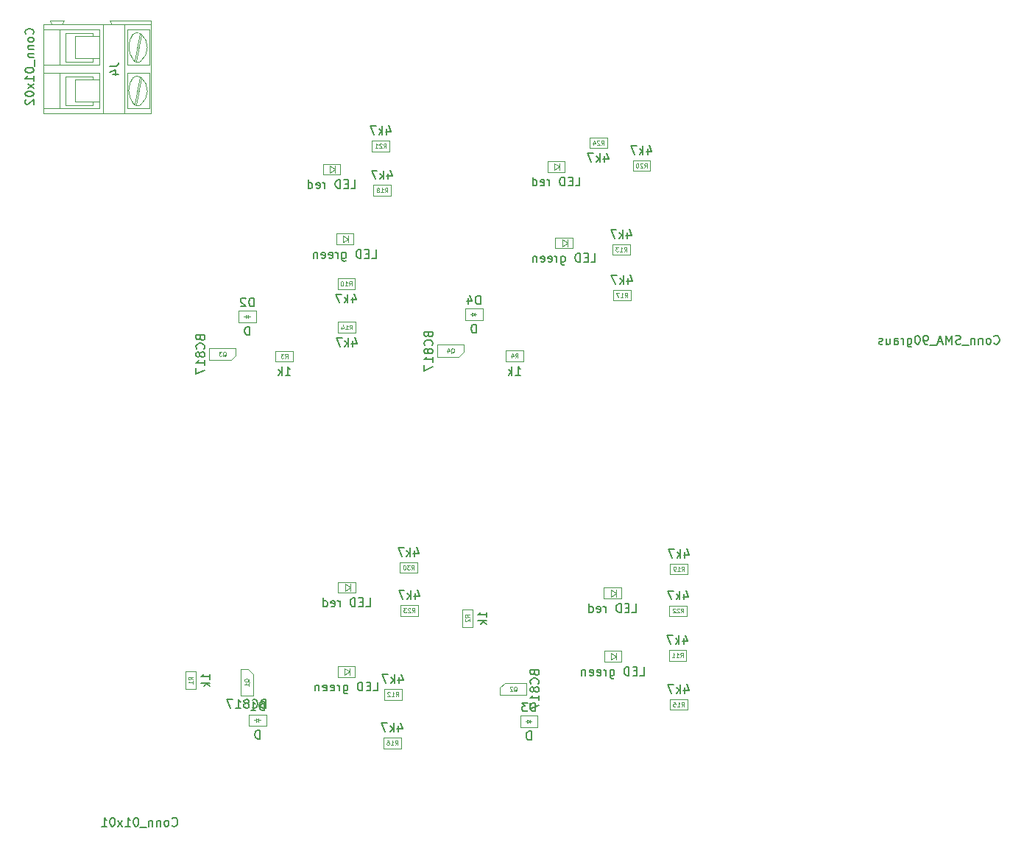
<source format=gbr>
G04 #@! TF.FileFunction,Other,Fab,Bot*
%FSLAX46Y46*%
G04 Gerber Fmt 4.6, Leading zero omitted, Abs format (unit mm)*
G04 Created by KiCad (PCBNEW 4.0.4+e1-6308~48~ubuntu15.10.1-stable) date Thu Jul 12 11:54:00 2018*
%MOMM*%
%LPD*%
G01*
G04 APERTURE LIST*
%ADD10C,0.100000*%
%ADD11C,0.150000*%
%ADD12C,0.075000*%
G04 APERTURE END LIST*
D10*
X119075200Y-50599500D02*
X119075200Y-48059500D01*
X119075200Y-48059500D02*
X121865200Y-48059500D01*
X121865200Y-50599500D02*
X121865200Y-48059500D01*
X119075200Y-50599500D02*
X121865200Y-50599500D01*
X119075200Y-45599500D02*
X119075200Y-43059500D01*
X119075200Y-43059500D02*
X121865200Y-43059500D01*
X121865200Y-45599500D02*
X121865200Y-43059500D01*
X119075200Y-45599500D02*
X121865200Y-45599500D01*
X127835200Y-41729500D02*
X124785200Y-41729500D01*
X127835200Y-41729500D02*
X127835200Y-51919500D01*
X127835200Y-41729500D02*
X127835200Y-41229500D01*
X127835200Y-41229500D02*
X123015200Y-41229500D01*
X123015200Y-41229500D02*
X123265200Y-41729500D01*
X116155200Y-41229500D02*
X116405200Y-41729500D01*
X116405200Y-41729500D02*
X115395200Y-41729500D01*
X117805200Y-41229500D02*
X117555200Y-41729500D01*
X117555200Y-41729500D02*
X116405200Y-41729500D01*
X117805200Y-41229500D02*
X116155200Y-41229500D01*
X115395200Y-46359500D02*
X117295200Y-46359500D01*
X121865200Y-42289500D02*
X117295200Y-42289500D01*
X115395200Y-46359500D02*
X115395200Y-42289500D01*
X115395200Y-42289500D02*
X115395200Y-41729500D01*
X115395200Y-47299500D02*
X117295200Y-47299500D01*
X115395200Y-47299500D02*
X115395200Y-46359500D01*
X121865200Y-51359500D02*
X117295200Y-51359500D01*
X115395200Y-51919500D02*
X115395200Y-51359500D01*
X115395200Y-51359500D02*
X115395200Y-47299500D01*
X117295200Y-46359500D02*
X117295200Y-42289500D01*
X117295200Y-46359500D02*
X121865200Y-46359500D01*
X117295200Y-42289500D02*
X115395200Y-42289500D01*
X117295200Y-47299500D02*
X117295200Y-51359500D01*
X117295200Y-47299500D02*
X121865200Y-47299500D01*
X117295200Y-51359500D02*
X115395200Y-51359500D01*
X117935200Y-42669500D02*
X121105200Y-42669500D01*
X117935200Y-42669500D02*
X117935200Y-45979500D01*
X117935200Y-45979500D02*
X121105200Y-45979500D01*
X117935200Y-47679500D02*
X121105200Y-47679500D01*
X117935200Y-47679500D02*
X117935200Y-50979500D01*
X117935200Y-50979500D02*
X121105200Y-50979500D01*
X121105200Y-50979500D02*
X121105200Y-50599500D01*
X121105200Y-47679500D02*
X121105200Y-48059500D01*
X121105200Y-45979500D02*
X121105200Y-45599500D01*
X121105200Y-42669500D02*
X121105200Y-43059500D01*
X115395200Y-51919500D02*
X122255200Y-51919500D01*
X122255200Y-51919500D02*
X124785200Y-51919500D01*
X123265200Y-41729500D02*
X122255200Y-41729500D01*
X122255200Y-41729500D02*
X117555200Y-41729500D01*
X124785200Y-51919500D02*
X124785200Y-41729500D01*
X124785200Y-51919500D02*
X127835200Y-51919500D01*
X124785200Y-41729500D02*
X123265200Y-41729500D01*
X125045200Y-46359500D02*
X127585200Y-46359500D01*
X127585200Y-46359500D02*
X127585200Y-42289500D01*
X127585200Y-42289500D02*
X125045200Y-42289500D01*
X125045200Y-42289500D02*
X125045200Y-46359500D01*
X125045200Y-47299500D02*
X127585200Y-47299500D01*
X125045200Y-47299500D02*
X125045200Y-51359500D01*
X125045200Y-51359500D02*
X127585200Y-51359500D01*
X127585200Y-47299500D02*
X127585200Y-51359500D01*
X126065200Y-45949500D02*
X126695200Y-42899500D01*
X125935200Y-45819500D02*
X126565200Y-42779500D01*
X126065200Y-50959500D02*
X126695200Y-47899500D01*
X125935200Y-50829500D02*
X126565200Y-47779500D01*
X121865200Y-51359500D02*
X121865200Y-50979500D01*
X121865200Y-47299500D02*
X121865200Y-47679500D01*
X121865200Y-47679500D02*
X121865200Y-50979500D01*
X122255200Y-51919500D02*
X122255200Y-50979500D01*
X122255200Y-50979500D02*
X122255200Y-47679500D01*
X122255200Y-47679500D02*
X122255200Y-45979500D01*
X122255200Y-41729500D02*
X122255200Y-42669500D01*
X122255200Y-42669500D02*
X122255200Y-45979500D01*
X121865200Y-42289500D02*
X121865200Y-42669500D01*
X121865200Y-46359500D02*
X121865200Y-45979500D01*
X121865200Y-45979500D02*
X121865200Y-42669500D01*
X125691205Y-42853968D02*
G75*
G02X126665200Y-42799500I513995J-455532D01*
G01*
X125783463Y-45791833D02*
G75*
G02X125735200Y-42809500I1901737J1522333D01*
G01*
X126676887Y-42801261D02*
G75*
G02X126615200Y-45949500I-1351687J-1548239D01*
G01*
X126673899Y-45902472D02*
G75*
G02X125745200Y-45759500I-408699J432972D01*
G01*
X125701204Y-47853880D02*
G75*
G02X126665200Y-47809500I503996J-455620D01*
G01*
X125773782Y-50799329D02*
G75*
G02X125735200Y-47809500I1911418J1519829D01*
G01*
X126686734Y-47799524D02*
G75*
G02X126615200Y-50959500I-1361534J-1549976D01*
G01*
X126673899Y-50902472D02*
G75*
G02X125745200Y-50759500I-408699J432972D01*
G01*
X139528780Y-116438640D02*
X139528780Y-118888640D01*
X138978780Y-115868640D02*
X138128780Y-115868640D01*
X139528780Y-116438640D02*
X138978780Y-115868640D01*
X138128780Y-115868640D02*
X138128780Y-118908640D01*
X139528780Y-118908640D02*
X138128780Y-118908640D01*
X168525000Y-117450000D02*
X170975000Y-117450000D01*
X167955000Y-118000000D02*
X167955000Y-118850000D01*
X168525000Y-117450000D02*
X167955000Y-118000000D01*
X167955000Y-118850000D02*
X170995000Y-118850000D01*
X170995000Y-117450000D02*
X170995000Y-118850000D01*
X136982240Y-80323920D02*
X134532240Y-80323920D01*
X137552240Y-79773920D02*
X137552240Y-78923920D01*
X136982240Y-80323920D02*
X137552240Y-79773920D01*
X137552240Y-78923920D02*
X134512240Y-78923920D01*
X134512240Y-80323920D02*
X134512240Y-78923920D01*
X163212820Y-79940380D02*
X160762820Y-79940380D01*
X163782820Y-79390380D02*
X163782820Y-78540380D01*
X163212820Y-79940380D02*
X163782820Y-79390380D01*
X163782820Y-78540380D02*
X160742820Y-78540380D01*
X160742820Y-79940380D02*
X160742820Y-78540380D01*
X139868300Y-121719340D02*
X139668300Y-121719340D01*
X140168300Y-121719340D02*
X140368300Y-121719340D01*
X140168300Y-121519340D02*
X140168300Y-121919340D01*
X139868300Y-121919340D02*
X139868300Y-121519340D01*
X140168300Y-121719340D02*
X139868300Y-121919340D01*
X139868300Y-121519340D02*
X140168300Y-121719340D01*
X141068300Y-122369340D02*
X141068300Y-121069340D01*
X139068300Y-122369340D02*
X141068300Y-122369340D01*
X139068300Y-121069340D02*
X139068300Y-122369340D01*
X141068300Y-121069340D02*
X139068300Y-121069340D01*
X138697360Y-75303380D02*
X138497360Y-75303380D01*
X138997360Y-75303380D02*
X139197360Y-75303380D01*
X138997360Y-75103380D02*
X138997360Y-75503380D01*
X138697360Y-75503380D02*
X138697360Y-75103380D01*
X138997360Y-75303380D02*
X138697360Y-75503380D01*
X138697360Y-75103380D02*
X138997360Y-75303380D01*
X139897360Y-75953380D02*
X139897360Y-74653380D01*
X137897360Y-75953380D02*
X139897360Y-75953380D01*
X137897360Y-74653380D02*
X137897360Y-75953380D01*
X139897360Y-74653380D02*
X137897360Y-74653380D01*
X171072200Y-121859040D02*
X170872200Y-121859040D01*
X171372200Y-121859040D02*
X171572200Y-121859040D01*
X171372200Y-121659040D02*
X171372200Y-122059040D01*
X171072200Y-122059040D02*
X171072200Y-121659040D01*
X171372200Y-121859040D02*
X171072200Y-122059040D01*
X171072200Y-121659040D02*
X171372200Y-121859040D01*
X172272200Y-122509040D02*
X172272200Y-121209040D01*
X170272200Y-122509040D02*
X172272200Y-122509040D01*
X170272200Y-121209040D02*
X170272200Y-122509040D01*
X172272200Y-121209040D02*
X170272200Y-121209040D01*
X164747600Y-75039220D02*
X164547600Y-75039220D01*
X165047600Y-75039220D02*
X165247600Y-75039220D01*
X165047600Y-74839220D02*
X165047600Y-75239220D01*
X164747600Y-75239220D02*
X164747600Y-74839220D01*
X165047600Y-75039220D02*
X164747600Y-75239220D01*
X164747600Y-74839220D02*
X165047600Y-75039220D01*
X165947600Y-75689220D02*
X165947600Y-74389220D01*
X163947600Y-75689220D02*
X165947600Y-75689220D01*
X163947600Y-74389220D02*
X163947600Y-75689220D01*
X165947600Y-74389220D02*
X163947600Y-74389220D01*
X150675000Y-115750000D02*
X150675000Y-116550000D01*
X150675000Y-116150000D02*
X150075000Y-115750000D01*
X150075000Y-116550000D02*
X150675000Y-116150000D01*
X150075000Y-115750000D02*
X150075000Y-116550000D01*
X151275000Y-116770000D02*
X151275000Y-115530000D01*
X149275000Y-116770000D02*
X151275000Y-116770000D01*
X149275000Y-115530000D02*
X149275000Y-116770000D01*
X151275000Y-115530000D02*
X149275000Y-115530000D01*
X150493680Y-65985440D02*
X150493680Y-66785440D01*
X150493680Y-66385440D02*
X149893680Y-65985440D01*
X149893680Y-66785440D02*
X150493680Y-66385440D01*
X149893680Y-65985440D02*
X149893680Y-66785440D01*
X151093680Y-67005440D02*
X151093680Y-65765440D01*
X149093680Y-67005440D02*
X151093680Y-67005440D01*
X149093680Y-65765440D02*
X149093680Y-67005440D01*
X151093680Y-65765440D02*
X149093680Y-65765440D01*
X181326740Y-113988900D02*
X181326740Y-114788900D01*
X181326740Y-114388900D02*
X180726740Y-113988900D01*
X180726740Y-114788900D02*
X181326740Y-114388900D01*
X180726740Y-113988900D02*
X180726740Y-114788900D01*
X181926740Y-115008900D02*
X181926740Y-113768900D01*
X179926740Y-115008900D02*
X181926740Y-115008900D01*
X179926740Y-113768900D02*
X179926740Y-115008900D01*
X181926740Y-113768900D02*
X179926740Y-113768900D01*
X175695560Y-66432480D02*
X175695560Y-67232480D01*
X175695560Y-66832480D02*
X175095560Y-66432480D01*
X175095560Y-67232480D02*
X175695560Y-66832480D01*
X175095560Y-66432480D02*
X175095560Y-67232480D01*
X176295560Y-67452480D02*
X176295560Y-66212480D01*
X174295560Y-67452480D02*
X176295560Y-67452480D01*
X174295560Y-66212480D02*
X174295560Y-67452480D01*
X176295560Y-66212480D02*
X174295560Y-66212480D01*
X150704500Y-106074260D02*
X150704500Y-106874260D01*
X150704500Y-106474260D02*
X150104500Y-106074260D01*
X150104500Y-106874260D02*
X150704500Y-106474260D01*
X150104500Y-106074260D02*
X150104500Y-106874260D01*
X151304500Y-107094260D02*
X151304500Y-105854260D01*
X149304500Y-107094260D02*
X151304500Y-107094260D01*
X149304500Y-105854260D02*
X149304500Y-107094260D01*
X151304500Y-105854260D02*
X149304500Y-105854260D01*
X148990000Y-57969200D02*
X148990000Y-58769200D01*
X148990000Y-58369200D02*
X148390000Y-57969200D01*
X148390000Y-58769200D02*
X148990000Y-58369200D01*
X148390000Y-57969200D02*
X148390000Y-58769200D01*
X149590000Y-58989200D02*
X149590000Y-57749200D01*
X147590000Y-58989200D02*
X149590000Y-58989200D01*
X147590000Y-57749200D02*
X147590000Y-58989200D01*
X149590000Y-57749200D02*
X147590000Y-57749200D01*
X181286100Y-106719420D02*
X181286100Y-107519420D01*
X181286100Y-107119420D02*
X180686100Y-106719420D01*
X180686100Y-107519420D02*
X181286100Y-107119420D01*
X180686100Y-106719420D02*
X180686100Y-107519420D01*
X181886100Y-107739420D02*
X181886100Y-106499420D01*
X179886100Y-107739420D02*
X181886100Y-107739420D01*
X179886100Y-106499420D02*
X179886100Y-107739420D01*
X181886100Y-106499420D02*
X179886100Y-106499420D01*
X174801480Y-57659320D02*
X174801480Y-58459320D01*
X174801480Y-58059320D02*
X174201480Y-57659320D01*
X174201480Y-58459320D02*
X174801480Y-58059320D01*
X174201480Y-57659320D02*
X174201480Y-58459320D01*
X175401480Y-58679320D02*
X175401480Y-57439320D01*
X173401480Y-58679320D02*
X175401480Y-58679320D01*
X173401480Y-57439320D02*
X173401480Y-58679320D01*
X175401480Y-57439320D02*
X173401480Y-57439320D01*
X151261320Y-72146400D02*
X151261320Y-70906400D01*
X149261320Y-72146400D02*
X151261320Y-72146400D01*
X149261320Y-70906400D02*
X149261320Y-72146400D01*
X151261320Y-70906400D02*
X149261320Y-70906400D01*
X187368940Y-113674920D02*
X187368940Y-114914920D01*
X189368940Y-113674920D02*
X187368940Y-113674920D01*
X189368940Y-114914920D02*
X189368940Y-113674920D01*
X187368940Y-114914920D02*
X189368940Y-114914920D01*
X154625800Y-118152940D02*
X154625800Y-119392940D01*
X156625800Y-118152940D02*
X154625800Y-118152940D01*
X156625800Y-119392940D02*
X156625800Y-118152940D01*
X154625800Y-119392940D02*
X156625800Y-119392940D01*
X180889400Y-66969400D02*
X180889400Y-68209400D01*
X182889400Y-66969400D02*
X180889400Y-66969400D01*
X182889400Y-68209400D02*
X182889400Y-66969400D01*
X180889400Y-68209400D02*
X182889400Y-68209400D01*
X151317200Y-77175600D02*
X151317200Y-75935600D01*
X149317200Y-77175600D02*
X151317200Y-77175600D01*
X149317200Y-75935600D02*
X149317200Y-77175600D01*
X151317200Y-75935600D02*
X149317200Y-75935600D01*
X187478160Y-119316260D02*
X187478160Y-120556260D01*
X189478160Y-119316260D02*
X187478160Y-119316260D01*
X189478160Y-120556260D02*
X189478160Y-119316260D01*
X187478160Y-120556260D02*
X189478160Y-120556260D01*
X154541980Y-123740940D02*
X154541980Y-124980940D01*
X156541980Y-123740940D02*
X154541980Y-123740940D01*
X156541980Y-124980940D02*
X156541980Y-123740940D01*
X154541980Y-124980940D02*
X156541980Y-124980940D01*
X180965600Y-72227200D02*
X180965600Y-73467200D01*
X182965600Y-72227200D02*
X180965600Y-72227200D01*
X182965600Y-73467200D02*
X182965600Y-72227200D01*
X180965600Y-73467200D02*
X182965600Y-73467200D01*
X153375000Y-60180000D02*
X153375000Y-61420000D01*
X155375000Y-60180000D02*
X153375000Y-60180000D01*
X155375000Y-61420000D02*
X155375000Y-60180000D01*
X153375000Y-61420000D02*
X155375000Y-61420000D01*
X187516260Y-103733360D02*
X187516260Y-104973360D01*
X189516260Y-103733360D02*
X187516260Y-103733360D01*
X189516260Y-104973360D02*
X189516260Y-103733360D01*
X187516260Y-104973360D02*
X189516260Y-104973360D01*
X183225000Y-57330000D02*
X183225000Y-58570000D01*
X185225000Y-57330000D02*
X183225000Y-57330000D01*
X185225000Y-58570000D02*
X185225000Y-57330000D01*
X183225000Y-58570000D02*
X185225000Y-58570000D01*
X153225000Y-55055000D02*
X153225000Y-56295000D01*
X155225000Y-55055000D02*
X153225000Y-55055000D01*
X155225000Y-56295000D02*
X155225000Y-55055000D01*
X153225000Y-56295000D02*
X155225000Y-56295000D01*
X187440060Y-108533960D02*
X187440060Y-109773960D01*
X189440060Y-108533960D02*
X187440060Y-108533960D01*
X189440060Y-109773960D02*
X189440060Y-108533960D01*
X187440060Y-109773960D02*
X189440060Y-109773960D01*
X156500000Y-108480000D02*
X156500000Y-109720000D01*
X158500000Y-108480000D02*
X156500000Y-108480000D01*
X158500000Y-109720000D02*
X158500000Y-108480000D01*
X156500000Y-109720000D02*
X158500000Y-109720000D01*
X180250000Y-55945000D02*
X180250000Y-54705000D01*
X178250000Y-55945000D02*
X180250000Y-55945000D01*
X178250000Y-54705000D02*
X178250000Y-55945000D01*
X180250000Y-54705000D02*
X178250000Y-54705000D01*
X132999720Y-116124480D02*
X131759720Y-116124480D01*
X132999720Y-118124480D02*
X132999720Y-116124480D01*
X131759720Y-118124480D02*
X132999720Y-118124480D01*
X131759720Y-116124480D02*
X131759720Y-118124480D01*
X164823380Y-108999780D02*
X163583380Y-108999780D01*
X164823380Y-110999780D02*
X164823380Y-108999780D01*
X163583380Y-110999780D02*
X164823380Y-110999780D01*
X163583380Y-108999780D02*
X163583380Y-110999780D01*
X144136620Y-80500460D02*
X144136620Y-79260460D01*
X142136620Y-80500460D02*
X144136620Y-80500460D01*
X142136620Y-79260460D02*
X142136620Y-80500460D01*
X144136620Y-79260460D02*
X142136620Y-79260460D01*
X170621200Y-80452200D02*
X170621200Y-79212200D01*
X168621200Y-80452200D02*
X170621200Y-80452200D01*
X168621200Y-79212200D02*
X168621200Y-80452200D01*
X170621200Y-79212200D02*
X168621200Y-79212200D01*
X156429200Y-103555560D02*
X156429200Y-104795560D01*
X158429200Y-103555560D02*
X156429200Y-103555560D01*
X158429200Y-104795560D02*
X158429200Y-103555560D01*
X156429200Y-104795560D02*
X158429200Y-104795560D01*
D11*
X114222343Y-42821405D02*
X114269962Y-42773786D01*
X114317581Y-42630929D01*
X114317581Y-42535691D01*
X114269962Y-42392833D01*
X114174724Y-42297595D01*
X114079486Y-42249976D01*
X113889010Y-42202357D01*
X113746152Y-42202357D01*
X113555676Y-42249976D01*
X113460438Y-42297595D01*
X113365200Y-42392833D01*
X113317581Y-42535691D01*
X113317581Y-42630929D01*
X113365200Y-42773786D01*
X113412819Y-42821405D01*
X114317581Y-43392833D02*
X114269962Y-43297595D01*
X114222343Y-43249976D01*
X114127105Y-43202357D01*
X113841390Y-43202357D01*
X113746152Y-43249976D01*
X113698533Y-43297595D01*
X113650914Y-43392833D01*
X113650914Y-43535691D01*
X113698533Y-43630929D01*
X113746152Y-43678548D01*
X113841390Y-43726167D01*
X114127105Y-43726167D01*
X114222343Y-43678548D01*
X114269962Y-43630929D01*
X114317581Y-43535691D01*
X114317581Y-43392833D01*
X113650914Y-44154738D02*
X114317581Y-44154738D01*
X113746152Y-44154738D02*
X113698533Y-44202357D01*
X113650914Y-44297595D01*
X113650914Y-44440453D01*
X113698533Y-44535691D01*
X113793771Y-44583310D01*
X114317581Y-44583310D01*
X113650914Y-45059500D02*
X114317581Y-45059500D01*
X113746152Y-45059500D02*
X113698533Y-45107119D01*
X113650914Y-45202357D01*
X113650914Y-45345215D01*
X113698533Y-45440453D01*
X113793771Y-45488072D01*
X114317581Y-45488072D01*
X114412819Y-45726167D02*
X114412819Y-46488072D01*
X113317581Y-46916643D02*
X113317581Y-47011882D01*
X113365200Y-47107120D01*
X113412819Y-47154739D01*
X113508057Y-47202358D01*
X113698533Y-47249977D01*
X113936629Y-47249977D01*
X114127105Y-47202358D01*
X114222343Y-47154739D01*
X114269962Y-47107120D01*
X114317581Y-47011882D01*
X114317581Y-46916643D01*
X114269962Y-46821405D01*
X114222343Y-46773786D01*
X114127105Y-46726167D01*
X113936629Y-46678548D01*
X113698533Y-46678548D01*
X113508057Y-46726167D01*
X113412819Y-46773786D01*
X113365200Y-46821405D01*
X113317581Y-46916643D01*
X114317581Y-48202358D02*
X114317581Y-47630929D01*
X114317581Y-47916643D02*
X113317581Y-47916643D01*
X113460438Y-47821405D01*
X113555676Y-47726167D01*
X113603295Y-47630929D01*
X114317581Y-48535691D02*
X113650914Y-49059501D01*
X113650914Y-48535691D02*
X114317581Y-49059501D01*
X113317581Y-49630929D02*
X113317581Y-49726168D01*
X113365200Y-49821406D01*
X113412819Y-49869025D01*
X113508057Y-49916644D01*
X113698533Y-49964263D01*
X113936629Y-49964263D01*
X114127105Y-49916644D01*
X114222343Y-49869025D01*
X114269962Y-49821406D01*
X114317581Y-49726168D01*
X114317581Y-49630929D01*
X114269962Y-49535691D01*
X114222343Y-49488072D01*
X114127105Y-49440453D01*
X113936629Y-49392834D01*
X113698533Y-49392834D01*
X113508057Y-49440453D01*
X113412819Y-49488072D01*
X113365200Y-49535691D01*
X113317581Y-49630929D01*
X113412819Y-50345215D02*
X113365200Y-50392834D01*
X113317581Y-50488072D01*
X113317581Y-50726168D01*
X113365200Y-50821406D01*
X113412819Y-50869025D01*
X113508057Y-50916644D01*
X113603295Y-50916644D01*
X113746152Y-50869025D01*
X114317581Y-50297596D01*
X114317581Y-50916644D01*
X123067581Y-46506167D02*
X123781867Y-46506167D01*
X123924724Y-46458547D01*
X124019962Y-46363309D01*
X124067581Y-46220452D01*
X124067581Y-46125214D01*
X123400914Y-47410929D02*
X124067581Y-47410929D01*
X123019962Y-47172833D02*
X123734248Y-46934738D01*
X123734248Y-47553786D01*
X140685922Y-119817211D02*
X140543065Y-119864830D01*
X140495446Y-119912450D01*
X140447827Y-120007688D01*
X140447827Y-120150545D01*
X140495446Y-120245783D01*
X140543065Y-120293402D01*
X140638303Y-120341021D01*
X141019256Y-120341021D01*
X141019256Y-119341021D01*
X140685922Y-119341021D01*
X140590684Y-119388640D01*
X140543065Y-119436259D01*
X140495446Y-119531497D01*
X140495446Y-119626735D01*
X140543065Y-119721973D01*
X140590684Y-119769592D01*
X140685922Y-119817211D01*
X141019256Y-119817211D01*
X139447827Y-120245783D02*
X139495446Y-120293402D01*
X139638303Y-120341021D01*
X139733541Y-120341021D01*
X139876399Y-120293402D01*
X139971637Y-120198164D01*
X140019256Y-120102926D01*
X140066875Y-119912450D01*
X140066875Y-119769592D01*
X140019256Y-119579116D01*
X139971637Y-119483878D01*
X139876399Y-119388640D01*
X139733541Y-119341021D01*
X139638303Y-119341021D01*
X139495446Y-119388640D01*
X139447827Y-119436259D01*
X138876399Y-119769592D02*
X138971637Y-119721973D01*
X139019256Y-119674354D01*
X139066875Y-119579116D01*
X139066875Y-119531497D01*
X139019256Y-119436259D01*
X138971637Y-119388640D01*
X138876399Y-119341021D01*
X138685922Y-119341021D01*
X138590684Y-119388640D01*
X138543065Y-119436259D01*
X138495446Y-119531497D01*
X138495446Y-119579116D01*
X138543065Y-119674354D01*
X138590684Y-119721973D01*
X138685922Y-119769592D01*
X138876399Y-119769592D01*
X138971637Y-119817211D01*
X139019256Y-119864830D01*
X139066875Y-119960069D01*
X139066875Y-120150545D01*
X139019256Y-120245783D01*
X138971637Y-120293402D01*
X138876399Y-120341021D01*
X138685922Y-120341021D01*
X138590684Y-120293402D01*
X138543065Y-120245783D01*
X138495446Y-120150545D01*
X138495446Y-119960069D01*
X138543065Y-119864830D01*
X138590684Y-119817211D01*
X138685922Y-119769592D01*
X137543065Y-120341021D02*
X138114494Y-120341021D01*
X137828780Y-120341021D02*
X137828780Y-119341021D01*
X137924018Y-119483878D01*
X138019256Y-119579116D01*
X138114494Y-119626735D01*
X137209732Y-119341021D02*
X136543065Y-119341021D01*
X136971637Y-120341021D01*
D12*
X139102590Y-117341021D02*
X139078780Y-117293402D01*
X139031161Y-117245783D01*
X138959732Y-117174354D01*
X138935923Y-117126735D01*
X138935923Y-117079116D01*
X139054970Y-117102926D02*
X139031161Y-117055307D01*
X138983542Y-117007688D01*
X138888304Y-116983878D01*
X138721637Y-116983878D01*
X138626399Y-117007688D01*
X138578780Y-117055307D01*
X138554970Y-117102926D01*
X138554970Y-117198164D01*
X138578780Y-117245783D01*
X138626399Y-117293402D01*
X138721637Y-117317211D01*
X138888304Y-117317211D01*
X138983542Y-117293402D01*
X139031161Y-117245783D01*
X139054970Y-117198164D01*
X139054970Y-117102926D01*
X139054970Y-117793402D02*
X139054970Y-117507688D01*
X139054970Y-117650545D02*
X138554970Y-117650545D01*
X138626399Y-117602926D01*
X138674018Y-117555307D01*
X138697828Y-117507688D01*
D11*
X171903571Y-116292858D02*
X171951190Y-116435715D01*
X171998810Y-116483334D01*
X172094048Y-116530953D01*
X172236905Y-116530953D01*
X172332143Y-116483334D01*
X172379762Y-116435715D01*
X172427381Y-116340477D01*
X172427381Y-115959524D01*
X171427381Y-115959524D01*
X171427381Y-116292858D01*
X171475000Y-116388096D01*
X171522619Y-116435715D01*
X171617857Y-116483334D01*
X171713095Y-116483334D01*
X171808333Y-116435715D01*
X171855952Y-116388096D01*
X171903571Y-116292858D01*
X171903571Y-115959524D01*
X172332143Y-117530953D02*
X172379762Y-117483334D01*
X172427381Y-117340477D01*
X172427381Y-117245239D01*
X172379762Y-117102381D01*
X172284524Y-117007143D01*
X172189286Y-116959524D01*
X171998810Y-116911905D01*
X171855952Y-116911905D01*
X171665476Y-116959524D01*
X171570238Y-117007143D01*
X171475000Y-117102381D01*
X171427381Y-117245239D01*
X171427381Y-117340477D01*
X171475000Y-117483334D01*
X171522619Y-117530953D01*
X171855952Y-118102381D02*
X171808333Y-118007143D01*
X171760714Y-117959524D01*
X171665476Y-117911905D01*
X171617857Y-117911905D01*
X171522619Y-117959524D01*
X171475000Y-118007143D01*
X171427381Y-118102381D01*
X171427381Y-118292858D01*
X171475000Y-118388096D01*
X171522619Y-118435715D01*
X171617857Y-118483334D01*
X171665476Y-118483334D01*
X171760714Y-118435715D01*
X171808333Y-118388096D01*
X171855952Y-118292858D01*
X171855952Y-118102381D01*
X171903571Y-118007143D01*
X171951190Y-117959524D01*
X172046429Y-117911905D01*
X172236905Y-117911905D01*
X172332143Y-117959524D01*
X172379762Y-118007143D01*
X172427381Y-118102381D01*
X172427381Y-118292858D01*
X172379762Y-118388096D01*
X172332143Y-118435715D01*
X172236905Y-118483334D01*
X172046429Y-118483334D01*
X171951190Y-118435715D01*
X171903571Y-118388096D01*
X171855952Y-118292858D01*
X172427381Y-119435715D02*
X172427381Y-118864286D01*
X172427381Y-119150000D02*
X171427381Y-119150000D01*
X171570238Y-119054762D01*
X171665476Y-118959524D01*
X171713095Y-118864286D01*
X171427381Y-119769048D02*
X171427381Y-120435715D01*
X172427381Y-120007143D01*
D12*
X169522619Y-118423810D02*
X169570238Y-118400000D01*
X169617857Y-118352381D01*
X169689286Y-118280952D01*
X169736905Y-118257143D01*
X169784524Y-118257143D01*
X169760714Y-118376190D02*
X169808333Y-118352381D01*
X169855952Y-118304762D01*
X169879762Y-118209524D01*
X169879762Y-118042857D01*
X169855952Y-117947619D01*
X169808333Y-117900000D01*
X169760714Y-117876190D01*
X169665476Y-117876190D01*
X169617857Y-117900000D01*
X169570238Y-117947619D01*
X169546429Y-118042857D01*
X169546429Y-118209524D01*
X169570238Y-118304762D01*
X169617857Y-118352381D01*
X169665476Y-118376190D01*
X169760714Y-118376190D01*
X169355952Y-117923810D02*
X169332142Y-117900000D01*
X169284523Y-117876190D01*
X169165476Y-117876190D01*
X169117857Y-117900000D01*
X169094047Y-117923810D01*
X169070238Y-117971429D01*
X169070238Y-118019048D01*
X169094047Y-118090476D01*
X169379761Y-118376190D01*
X169070238Y-118376190D01*
D11*
X133460811Y-77766778D02*
X133508430Y-77909635D01*
X133556050Y-77957254D01*
X133651288Y-78004873D01*
X133794145Y-78004873D01*
X133889383Y-77957254D01*
X133937002Y-77909635D01*
X133984621Y-77814397D01*
X133984621Y-77433444D01*
X132984621Y-77433444D01*
X132984621Y-77766778D01*
X133032240Y-77862016D01*
X133079859Y-77909635D01*
X133175097Y-77957254D01*
X133270335Y-77957254D01*
X133365573Y-77909635D01*
X133413192Y-77862016D01*
X133460811Y-77766778D01*
X133460811Y-77433444D01*
X133889383Y-79004873D02*
X133937002Y-78957254D01*
X133984621Y-78814397D01*
X133984621Y-78719159D01*
X133937002Y-78576301D01*
X133841764Y-78481063D01*
X133746526Y-78433444D01*
X133556050Y-78385825D01*
X133413192Y-78385825D01*
X133222716Y-78433444D01*
X133127478Y-78481063D01*
X133032240Y-78576301D01*
X132984621Y-78719159D01*
X132984621Y-78814397D01*
X133032240Y-78957254D01*
X133079859Y-79004873D01*
X133413192Y-79576301D02*
X133365573Y-79481063D01*
X133317954Y-79433444D01*
X133222716Y-79385825D01*
X133175097Y-79385825D01*
X133079859Y-79433444D01*
X133032240Y-79481063D01*
X132984621Y-79576301D01*
X132984621Y-79766778D01*
X133032240Y-79862016D01*
X133079859Y-79909635D01*
X133175097Y-79957254D01*
X133222716Y-79957254D01*
X133317954Y-79909635D01*
X133365573Y-79862016D01*
X133413192Y-79766778D01*
X133413192Y-79576301D01*
X133460811Y-79481063D01*
X133508430Y-79433444D01*
X133603669Y-79385825D01*
X133794145Y-79385825D01*
X133889383Y-79433444D01*
X133937002Y-79481063D01*
X133984621Y-79576301D01*
X133984621Y-79766778D01*
X133937002Y-79862016D01*
X133889383Y-79909635D01*
X133794145Y-79957254D01*
X133603669Y-79957254D01*
X133508430Y-79909635D01*
X133460811Y-79862016D01*
X133413192Y-79766778D01*
X133984621Y-80909635D02*
X133984621Y-80338206D01*
X133984621Y-80623920D02*
X132984621Y-80623920D01*
X133127478Y-80528682D01*
X133222716Y-80433444D01*
X133270335Y-80338206D01*
X132984621Y-81242968D02*
X132984621Y-81909635D01*
X133984621Y-81481063D01*
D12*
X136079859Y-79897730D02*
X136127478Y-79873920D01*
X136175097Y-79826301D01*
X136246526Y-79754872D01*
X136294145Y-79731063D01*
X136341764Y-79731063D01*
X136317954Y-79850110D02*
X136365573Y-79826301D01*
X136413192Y-79778682D01*
X136437002Y-79683444D01*
X136437002Y-79516777D01*
X136413192Y-79421539D01*
X136365573Y-79373920D01*
X136317954Y-79350110D01*
X136222716Y-79350110D01*
X136175097Y-79373920D01*
X136127478Y-79421539D01*
X136103669Y-79516777D01*
X136103669Y-79683444D01*
X136127478Y-79778682D01*
X136175097Y-79826301D01*
X136222716Y-79850110D01*
X136317954Y-79850110D01*
X135937001Y-79350110D02*
X135627478Y-79350110D01*
X135794144Y-79540587D01*
X135722716Y-79540587D01*
X135675097Y-79564396D01*
X135651287Y-79588206D01*
X135627478Y-79635825D01*
X135627478Y-79754872D01*
X135651287Y-79802491D01*
X135675097Y-79826301D01*
X135722716Y-79850110D01*
X135865573Y-79850110D01*
X135913192Y-79826301D01*
X135937001Y-79802491D01*
D11*
X159691391Y-77383238D02*
X159739010Y-77526095D01*
X159786630Y-77573714D01*
X159881868Y-77621333D01*
X160024725Y-77621333D01*
X160119963Y-77573714D01*
X160167582Y-77526095D01*
X160215201Y-77430857D01*
X160215201Y-77049904D01*
X159215201Y-77049904D01*
X159215201Y-77383238D01*
X159262820Y-77478476D01*
X159310439Y-77526095D01*
X159405677Y-77573714D01*
X159500915Y-77573714D01*
X159596153Y-77526095D01*
X159643772Y-77478476D01*
X159691391Y-77383238D01*
X159691391Y-77049904D01*
X160119963Y-78621333D02*
X160167582Y-78573714D01*
X160215201Y-78430857D01*
X160215201Y-78335619D01*
X160167582Y-78192761D01*
X160072344Y-78097523D01*
X159977106Y-78049904D01*
X159786630Y-78002285D01*
X159643772Y-78002285D01*
X159453296Y-78049904D01*
X159358058Y-78097523D01*
X159262820Y-78192761D01*
X159215201Y-78335619D01*
X159215201Y-78430857D01*
X159262820Y-78573714D01*
X159310439Y-78621333D01*
X159643772Y-79192761D02*
X159596153Y-79097523D01*
X159548534Y-79049904D01*
X159453296Y-79002285D01*
X159405677Y-79002285D01*
X159310439Y-79049904D01*
X159262820Y-79097523D01*
X159215201Y-79192761D01*
X159215201Y-79383238D01*
X159262820Y-79478476D01*
X159310439Y-79526095D01*
X159405677Y-79573714D01*
X159453296Y-79573714D01*
X159548534Y-79526095D01*
X159596153Y-79478476D01*
X159643772Y-79383238D01*
X159643772Y-79192761D01*
X159691391Y-79097523D01*
X159739010Y-79049904D01*
X159834249Y-79002285D01*
X160024725Y-79002285D01*
X160119963Y-79049904D01*
X160167582Y-79097523D01*
X160215201Y-79192761D01*
X160215201Y-79383238D01*
X160167582Y-79478476D01*
X160119963Y-79526095D01*
X160024725Y-79573714D01*
X159834249Y-79573714D01*
X159739010Y-79526095D01*
X159691391Y-79478476D01*
X159643772Y-79383238D01*
X160215201Y-80526095D02*
X160215201Y-79954666D01*
X160215201Y-80240380D02*
X159215201Y-80240380D01*
X159358058Y-80145142D01*
X159453296Y-80049904D01*
X159500915Y-79954666D01*
X159215201Y-80859428D02*
X159215201Y-81526095D01*
X160215201Y-81097523D01*
D12*
X162310439Y-79514190D02*
X162358058Y-79490380D01*
X162405677Y-79442761D01*
X162477106Y-79371332D01*
X162524725Y-79347523D01*
X162572344Y-79347523D01*
X162548534Y-79466570D02*
X162596153Y-79442761D01*
X162643772Y-79395142D01*
X162667582Y-79299904D01*
X162667582Y-79133237D01*
X162643772Y-79037999D01*
X162596153Y-78990380D01*
X162548534Y-78966570D01*
X162453296Y-78966570D01*
X162405677Y-78990380D01*
X162358058Y-79037999D01*
X162334249Y-79133237D01*
X162334249Y-79299904D01*
X162358058Y-79395142D01*
X162405677Y-79442761D01*
X162453296Y-79466570D01*
X162548534Y-79466570D01*
X161905677Y-79133237D02*
X161905677Y-79466570D01*
X162024724Y-78942761D02*
X162143772Y-79299904D01*
X161834248Y-79299904D01*
D11*
X130230095Y-133842143D02*
X130277714Y-133889762D01*
X130420571Y-133937381D01*
X130515809Y-133937381D01*
X130658667Y-133889762D01*
X130753905Y-133794524D01*
X130801524Y-133699286D01*
X130849143Y-133508810D01*
X130849143Y-133365952D01*
X130801524Y-133175476D01*
X130753905Y-133080238D01*
X130658667Y-132985000D01*
X130515809Y-132937381D01*
X130420571Y-132937381D01*
X130277714Y-132985000D01*
X130230095Y-133032619D01*
X129658667Y-133937381D02*
X129753905Y-133889762D01*
X129801524Y-133842143D01*
X129849143Y-133746905D01*
X129849143Y-133461190D01*
X129801524Y-133365952D01*
X129753905Y-133318333D01*
X129658667Y-133270714D01*
X129515809Y-133270714D01*
X129420571Y-133318333D01*
X129372952Y-133365952D01*
X129325333Y-133461190D01*
X129325333Y-133746905D01*
X129372952Y-133842143D01*
X129420571Y-133889762D01*
X129515809Y-133937381D01*
X129658667Y-133937381D01*
X128896762Y-133270714D02*
X128896762Y-133937381D01*
X128896762Y-133365952D02*
X128849143Y-133318333D01*
X128753905Y-133270714D01*
X128611047Y-133270714D01*
X128515809Y-133318333D01*
X128468190Y-133413571D01*
X128468190Y-133937381D01*
X127992000Y-133270714D02*
X127992000Y-133937381D01*
X127992000Y-133365952D02*
X127944381Y-133318333D01*
X127849143Y-133270714D01*
X127706285Y-133270714D01*
X127611047Y-133318333D01*
X127563428Y-133413571D01*
X127563428Y-133937381D01*
X127325333Y-134032619D02*
X126563428Y-134032619D01*
X126134857Y-132937381D02*
X126039618Y-132937381D01*
X125944380Y-132985000D01*
X125896761Y-133032619D01*
X125849142Y-133127857D01*
X125801523Y-133318333D01*
X125801523Y-133556429D01*
X125849142Y-133746905D01*
X125896761Y-133842143D01*
X125944380Y-133889762D01*
X126039618Y-133937381D01*
X126134857Y-133937381D01*
X126230095Y-133889762D01*
X126277714Y-133842143D01*
X126325333Y-133746905D01*
X126372952Y-133556429D01*
X126372952Y-133318333D01*
X126325333Y-133127857D01*
X126277714Y-133032619D01*
X126230095Y-132985000D01*
X126134857Y-132937381D01*
X124849142Y-133937381D02*
X125420571Y-133937381D01*
X125134857Y-133937381D02*
X125134857Y-132937381D01*
X125230095Y-133080238D01*
X125325333Y-133175476D01*
X125420571Y-133223095D01*
X124515809Y-133937381D02*
X123991999Y-133270714D01*
X124515809Y-133270714D02*
X123991999Y-133937381D01*
X123420571Y-132937381D02*
X123325332Y-132937381D01*
X123230094Y-132985000D01*
X123182475Y-133032619D01*
X123134856Y-133127857D01*
X123087237Y-133318333D01*
X123087237Y-133556429D01*
X123134856Y-133746905D01*
X123182475Y-133842143D01*
X123230094Y-133889762D01*
X123325332Y-133937381D01*
X123420571Y-133937381D01*
X123515809Y-133889762D01*
X123563428Y-133842143D01*
X123611047Y-133746905D01*
X123658666Y-133556429D01*
X123658666Y-133318333D01*
X123611047Y-133127857D01*
X123563428Y-133032619D01*
X123515809Y-132985000D01*
X123420571Y-132937381D01*
X122134856Y-133937381D02*
X122706285Y-133937381D01*
X122420571Y-133937381D02*
X122420571Y-132937381D01*
X122515809Y-133080238D01*
X122611047Y-133175476D01*
X122706285Y-133223095D01*
X224759324Y-78382643D02*
X224806943Y-78430262D01*
X224949800Y-78477881D01*
X225045038Y-78477881D01*
X225187896Y-78430262D01*
X225283134Y-78335024D01*
X225330753Y-78239786D01*
X225378372Y-78049310D01*
X225378372Y-77906452D01*
X225330753Y-77715976D01*
X225283134Y-77620738D01*
X225187896Y-77525500D01*
X225045038Y-77477881D01*
X224949800Y-77477881D01*
X224806943Y-77525500D01*
X224759324Y-77573119D01*
X224187896Y-78477881D02*
X224283134Y-78430262D01*
X224330753Y-78382643D01*
X224378372Y-78287405D01*
X224378372Y-78001690D01*
X224330753Y-77906452D01*
X224283134Y-77858833D01*
X224187896Y-77811214D01*
X224045038Y-77811214D01*
X223949800Y-77858833D01*
X223902181Y-77906452D01*
X223854562Y-78001690D01*
X223854562Y-78287405D01*
X223902181Y-78382643D01*
X223949800Y-78430262D01*
X224045038Y-78477881D01*
X224187896Y-78477881D01*
X223425991Y-77811214D02*
X223425991Y-78477881D01*
X223425991Y-77906452D02*
X223378372Y-77858833D01*
X223283134Y-77811214D01*
X223140276Y-77811214D01*
X223045038Y-77858833D01*
X222997419Y-77954071D01*
X222997419Y-78477881D01*
X222521229Y-77811214D02*
X222521229Y-78477881D01*
X222521229Y-77906452D02*
X222473610Y-77858833D01*
X222378372Y-77811214D01*
X222235514Y-77811214D01*
X222140276Y-77858833D01*
X222092657Y-77954071D01*
X222092657Y-78477881D01*
X221854562Y-78573119D02*
X221092657Y-78573119D01*
X220902181Y-78430262D02*
X220759324Y-78477881D01*
X220521228Y-78477881D01*
X220425990Y-78430262D01*
X220378371Y-78382643D01*
X220330752Y-78287405D01*
X220330752Y-78192167D01*
X220378371Y-78096929D01*
X220425990Y-78049310D01*
X220521228Y-78001690D01*
X220711705Y-77954071D01*
X220806943Y-77906452D01*
X220854562Y-77858833D01*
X220902181Y-77763595D01*
X220902181Y-77668357D01*
X220854562Y-77573119D01*
X220806943Y-77525500D01*
X220711705Y-77477881D01*
X220473609Y-77477881D01*
X220330752Y-77525500D01*
X219902181Y-78477881D02*
X219902181Y-77477881D01*
X219568847Y-78192167D01*
X219235514Y-77477881D01*
X219235514Y-78477881D01*
X218806943Y-78192167D02*
X218330752Y-78192167D01*
X218902181Y-78477881D02*
X218568848Y-77477881D01*
X218235514Y-78477881D01*
X218140276Y-78573119D02*
X217378371Y-78573119D01*
X217092657Y-78477881D02*
X216902181Y-78477881D01*
X216806942Y-78430262D01*
X216759323Y-78382643D01*
X216664085Y-78239786D01*
X216616466Y-78049310D01*
X216616466Y-77668357D01*
X216664085Y-77573119D01*
X216711704Y-77525500D01*
X216806942Y-77477881D01*
X216997419Y-77477881D01*
X217092657Y-77525500D01*
X217140276Y-77573119D01*
X217187895Y-77668357D01*
X217187895Y-77906452D01*
X217140276Y-78001690D01*
X217092657Y-78049310D01*
X216997419Y-78096929D01*
X216806942Y-78096929D01*
X216711704Y-78049310D01*
X216664085Y-78001690D01*
X216616466Y-77906452D01*
X215997419Y-77477881D02*
X215902180Y-77477881D01*
X215806942Y-77525500D01*
X215759323Y-77573119D01*
X215711704Y-77668357D01*
X215664085Y-77858833D01*
X215664085Y-78096929D01*
X215711704Y-78287405D01*
X215759323Y-78382643D01*
X215806942Y-78430262D01*
X215902180Y-78477881D01*
X215997419Y-78477881D01*
X216092657Y-78430262D01*
X216140276Y-78382643D01*
X216187895Y-78287405D01*
X216235514Y-78096929D01*
X216235514Y-77858833D01*
X216187895Y-77668357D01*
X216140276Y-77573119D01*
X216092657Y-77525500D01*
X215997419Y-77477881D01*
X214806942Y-77811214D02*
X214806942Y-78620738D01*
X214854561Y-78715976D01*
X214902180Y-78763595D01*
X214997419Y-78811214D01*
X215140276Y-78811214D01*
X215235514Y-78763595D01*
X214806942Y-78430262D02*
X214902180Y-78477881D01*
X215092657Y-78477881D01*
X215187895Y-78430262D01*
X215235514Y-78382643D01*
X215283133Y-78287405D01*
X215283133Y-78001690D01*
X215235514Y-77906452D01*
X215187895Y-77858833D01*
X215092657Y-77811214D01*
X214902180Y-77811214D01*
X214806942Y-77858833D01*
X214330752Y-78477881D02*
X214330752Y-77811214D01*
X214330752Y-78001690D02*
X214283133Y-77906452D01*
X214235514Y-77858833D01*
X214140276Y-77811214D01*
X214045037Y-77811214D01*
X213283132Y-78477881D02*
X213283132Y-77954071D01*
X213330751Y-77858833D01*
X213425989Y-77811214D01*
X213616466Y-77811214D01*
X213711704Y-77858833D01*
X213283132Y-78430262D02*
X213378370Y-78477881D01*
X213616466Y-78477881D01*
X213711704Y-78430262D01*
X213759323Y-78335024D01*
X213759323Y-78239786D01*
X213711704Y-78144548D01*
X213616466Y-78096929D01*
X213378370Y-78096929D01*
X213283132Y-78049310D01*
X212378370Y-77811214D02*
X212378370Y-78477881D01*
X212806942Y-77811214D02*
X212806942Y-78335024D01*
X212759323Y-78430262D01*
X212664085Y-78477881D01*
X212521227Y-78477881D01*
X212425989Y-78430262D01*
X212378370Y-78382643D01*
X211949799Y-78430262D02*
X211854561Y-78477881D01*
X211664085Y-78477881D01*
X211568846Y-78430262D01*
X211521227Y-78335024D01*
X211521227Y-78287405D01*
X211568846Y-78192167D01*
X211664085Y-78144548D01*
X211806942Y-78144548D01*
X211902180Y-78096929D01*
X211949799Y-78001690D01*
X211949799Y-77954071D01*
X211902180Y-77858833D01*
X211806942Y-77811214D01*
X211664085Y-77811214D01*
X211568846Y-77858833D01*
X140330205Y-123871721D02*
X140330205Y-122871721D01*
X140092110Y-122871721D01*
X139949252Y-122919340D01*
X139854014Y-123014578D01*
X139806395Y-123109816D01*
X139758776Y-123300292D01*
X139758776Y-123443150D01*
X139806395Y-123633626D01*
X139854014Y-123728864D01*
X139949252Y-123824102D01*
X140092110Y-123871721D01*
X140330205Y-123871721D01*
X140806395Y-120571721D02*
X140806395Y-119571721D01*
X140568300Y-119571721D01*
X140425442Y-119619340D01*
X140330204Y-119714578D01*
X140282585Y-119809816D01*
X140234966Y-120000292D01*
X140234966Y-120143150D01*
X140282585Y-120333626D01*
X140330204Y-120428864D01*
X140425442Y-120524102D01*
X140568300Y-120571721D01*
X140806395Y-120571721D01*
X139282585Y-120571721D02*
X139854014Y-120571721D01*
X139568300Y-120571721D02*
X139568300Y-119571721D01*
X139663538Y-119714578D01*
X139758776Y-119809816D01*
X139854014Y-119857435D01*
X139159265Y-77455761D02*
X139159265Y-76455761D01*
X138921170Y-76455761D01*
X138778312Y-76503380D01*
X138683074Y-76598618D01*
X138635455Y-76693856D01*
X138587836Y-76884332D01*
X138587836Y-77027190D01*
X138635455Y-77217666D01*
X138683074Y-77312904D01*
X138778312Y-77408142D01*
X138921170Y-77455761D01*
X139159265Y-77455761D01*
X139635455Y-74155761D02*
X139635455Y-73155761D01*
X139397360Y-73155761D01*
X139254502Y-73203380D01*
X139159264Y-73298618D01*
X139111645Y-73393856D01*
X139064026Y-73584332D01*
X139064026Y-73727190D01*
X139111645Y-73917666D01*
X139159264Y-74012904D01*
X139254502Y-74108142D01*
X139397360Y-74155761D01*
X139635455Y-74155761D01*
X138683074Y-73250999D02*
X138635455Y-73203380D01*
X138540217Y-73155761D01*
X138302121Y-73155761D01*
X138206883Y-73203380D01*
X138159264Y-73250999D01*
X138111645Y-73346237D01*
X138111645Y-73441475D01*
X138159264Y-73584332D01*
X138730693Y-74155761D01*
X138111645Y-74155761D01*
X171534105Y-124011421D02*
X171534105Y-123011421D01*
X171296010Y-123011421D01*
X171153152Y-123059040D01*
X171057914Y-123154278D01*
X171010295Y-123249516D01*
X170962676Y-123439992D01*
X170962676Y-123582850D01*
X171010295Y-123773326D01*
X171057914Y-123868564D01*
X171153152Y-123963802D01*
X171296010Y-124011421D01*
X171534105Y-124011421D01*
X172010295Y-120711421D02*
X172010295Y-119711421D01*
X171772200Y-119711421D01*
X171629342Y-119759040D01*
X171534104Y-119854278D01*
X171486485Y-119949516D01*
X171438866Y-120139992D01*
X171438866Y-120282850D01*
X171486485Y-120473326D01*
X171534104Y-120568564D01*
X171629342Y-120663802D01*
X171772200Y-120711421D01*
X172010295Y-120711421D01*
X171105533Y-119711421D02*
X170486485Y-119711421D01*
X170819819Y-120092373D01*
X170676961Y-120092373D01*
X170581723Y-120139992D01*
X170534104Y-120187611D01*
X170486485Y-120282850D01*
X170486485Y-120520945D01*
X170534104Y-120616183D01*
X170581723Y-120663802D01*
X170676961Y-120711421D01*
X170962676Y-120711421D01*
X171057914Y-120663802D01*
X171105533Y-120616183D01*
X165209505Y-77191601D02*
X165209505Y-76191601D01*
X164971410Y-76191601D01*
X164828552Y-76239220D01*
X164733314Y-76334458D01*
X164685695Y-76429696D01*
X164638076Y-76620172D01*
X164638076Y-76763030D01*
X164685695Y-76953506D01*
X164733314Y-77048744D01*
X164828552Y-77143982D01*
X164971410Y-77191601D01*
X165209505Y-77191601D01*
X165685695Y-73891601D02*
X165685695Y-72891601D01*
X165447600Y-72891601D01*
X165304742Y-72939220D01*
X165209504Y-73034458D01*
X165161885Y-73129696D01*
X165114266Y-73320172D01*
X165114266Y-73463030D01*
X165161885Y-73653506D01*
X165209504Y-73748744D01*
X165304742Y-73843982D01*
X165447600Y-73891601D01*
X165685695Y-73891601D01*
X164257123Y-73224934D02*
X164257123Y-73891601D01*
X164495219Y-72843982D02*
X164733314Y-73558268D01*
X164114266Y-73558268D01*
X153370238Y-118352381D02*
X153846429Y-118352381D01*
X153846429Y-117352381D01*
X153036905Y-117828571D02*
X152703571Y-117828571D01*
X152560714Y-118352381D02*
X153036905Y-118352381D01*
X153036905Y-117352381D01*
X152560714Y-117352381D01*
X152132143Y-118352381D02*
X152132143Y-117352381D01*
X151894048Y-117352381D01*
X151751190Y-117400000D01*
X151655952Y-117495238D01*
X151608333Y-117590476D01*
X151560714Y-117780952D01*
X151560714Y-117923810D01*
X151608333Y-118114286D01*
X151655952Y-118209524D01*
X151751190Y-118304762D01*
X151894048Y-118352381D01*
X152132143Y-118352381D01*
X149941666Y-117685714D02*
X149941666Y-118495238D01*
X149989285Y-118590476D01*
X150036904Y-118638095D01*
X150132143Y-118685714D01*
X150275000Y-118685714D01*
X150370238Y-118638095D01*
X149941666Y-118304762D02*
X150036904Y-118352381D01*
X150227381Y-118352381D01*
X150322619Y-118304762D01*
X150370238Y-118257143D01*
X150417857Y-118161905D01*
X150417857Y-117876190D01*
X150370238Y-117780952D01*
X150322619Y-117733333D01*
X150227381Y-117685714D01*
X150036904Y-117685714D01*
X149941666Y-117733333D01*
X149465476Y-118352381D02*
X149465476Y-117685714D01*
X149465476Y-117876190D02*
X149417857Y-117780952D01*
X149370238Y-117733333D01*
X149275000Y-117685714D01*
X149179761Y-117685714D01*
X148465475Y-118304762D02*
X148560713Y-118352381D01*
X148751190Y-118352381D01*
X148846428Y-118304762D01*
X148894047Y-118209524D01*
X148894047Y-117828571D01*
X148846428Y-117733333D01*
X148751190Y-117685714D01*
X148560713Y-117685714D01*
X148465475Y-117733333D01*
X148417856Y-117828571D01*
X148417856Y-117923810D01*
X148894047Y-118019048D01*
X147608332Y-118304762D02*
X147703570Y-118352381D01*
X147894047Y-118352381D01*
X147989285Y-118304762D01*
X148036904Y-118209524D01*
X148036904Y-117828571D01*
X147989285Y-117733333D01*
X147894047Y-117685714D01*
X147703570Y-117685714D01*
X147608332Y-117733333D01*
X147560713Y-117828571D01*
X147560713Y-117923810D01*
X148036904Y-118019048D01*
X147132142Y-117685714D02*
X147132142Y-118352381D01*
X147132142Y-117780952D02*
X147084523Y-117733333D01*
X146989285Y-117685714D01*
X146846427Y-117685714D01*
X146751189Y-117733333D01*
X146703570Y-117828571D01*
X146703570Y-118352381D01*
X153188918Y-68587821D02*
X153665109Y-68587821D01*
X153665109Y-67587821D01*
X152855585Y-68064011D02*
X152522251Y-68064011D01*
X152379394Y-68587821D02*
X152855585Y-68587821D01*
X152855585Y-67587821D01*
X152379394Y-67587821D01*
X151950823Y-68587821D02*
X151950823Y-67587821D01*
X151712728Y-67587821D01*
X151569870Y-67635440D01*
X151474632Y-67730678D01*
X151427013Y-67825916D01*
X151379394Y-68016392D01*
X151379394Y-68159250D01*
X151427013Y-68349726D01*
X151474632Y-68444964D01*
X151569870Y-68540202D01*
X151712728Y-68587821D01*
X151950823Y-68587821D01*
X149760346Y-67921154D02*
X149760346Y-68730678D01*
X149807965Y-68825916D01*
X149855584Y-68873535D01*
X149950823Y-68921154D01*
X150093680Y-68921154D01*
X150188918Y-68873535D01*
X149760346Y-68540202D02*
X149855584Y-68587821D01*
X150046061Y-68587821D01*
X150141299Y-68540202D01*
X150188918Y-68492583D01*
X150236537Y-68397345D01*
X150236537Y-68111630D01*
X150188918Y-68016392D01*
X150141299Y-67968773D01*
X150046061Y-67921154D01*
X149855584Y-67921154D01*
X149760346Y-67968773D01*
X149284156Y-68587821D02*
X149284156Y-67921154D01*
X149284156Y-68111630D02*
X149236537Y-68016392D01*
X149188918Y-67968773D01*
X149093680Y-67921154D01*
X148998441Y-67921154D01*
X148284155Y-68540202D02*
X148379393Y-68587821D01*
X148569870Y-68587821D01*
X148665108Y-68540202D01*
X148712727Y-68444964D01*
X148712727Y-68064011D01*
X148665108Y-67968773D01*
X148569870Y-67921154D01*
X148379393Y-67921154D01*
X148284155Y-67968773D01*
X148236536Y-68064011D01*
X148236536Y-68159250D01*
X148712727Y-68254488D01*
X147427012Y-68540202D02*
X147522250Y-68587821D01*
X147712727Y-68587821D01*
X147807965Y-68540202D01*
X147855584Y-68444964D01*
X147855584Y-68064011D01*
X147807965Y-67968773D01*
X147712727Y-67921154D01*
X147522250Y-67921154D01*
X147427012Y-67968773D01*
X147379393Y-68064011D01*
X147379393Y-68159250D01*
X147855584Y-68254488D01*
X146950822Y-67921154D02*
X146950822Y-68587821D01*
X146950822Y-68016392D02*
X146903203Y-67968773D01*
X146807965Y-67921154D01*
X146665107Y-67921154D01*
X146569869Y-67968773D01*
X146522250Y-68064011D01*
X146522250Y-68587821D01*
X184021978Y-116591281D02*
X184498169Y-116591281D01*
X184498169Y-115591281D01*
X183688645Y-116067471D02*
X183355311Y-116067471D01*
X183212454Y-116591281D02*
X183688645Y-116591281D01*
X183688645Y-115591281D01*
X183212454Y-115591281D01*
X182783883Y-116591281D02*
X182783883Y-115591281D01*
X182545788Y-115591281D01*
X182402930Y-115638900D01*
X182307692Y-115734138D01*
X182260073Y-115829376D01*
X182212454Y-116019852D01*
X182212454Y-116162710D01*
X182260073Y-116353186D01*
X182307692Y-116448424D01*
X182402930Y-116543662D01*
X182545788Y-116591281D01*
X182783883Y-116591281D01*
X180593406Y-115924614D02*
X180593406Y-116734138D01*
X180641025Y-116829376D01*
X180688644Y-116876995D01*
X180783883Y-116924614D01*
X180926740Y-116924614D01*
X181021978Y-116876995D01*
X180593406Y-116543662D02*
X180688644Y-116591281D01*
X180879121Y-116591281D01*
X180974359Y-116543662D01*
X181021978Y-116496043D01*
X181069597Y-116400805D01*
X181069597Y-116115090D01*
X181021978Y-116019852D01*
X180974359Y-115972233D01*
X180879121Y-115924614D01*
X180688644Y-115924614D01*
X180593406Y-115972233D01*
X180117216Y-116591281D02*
X180117216Y-115924614D01*
X180117216Y-116115090D02*
X180069597Y-116019852D01*
X180021978Y-115972233D01*
X179926740Y-115924614D01*
X179831501Y-115924614D01*
X179117215Y-116543662D02*
X179212453Y-116591281D01*
X179402930Y-116591281D01*
X179498168Y-116543662D01*
X179545787Y-116448424D01*
X179545787Y-116067471D01*
X179498168Y-115972233D01*
X179402930Y-115924614D01*
X179212453Y-115924614D01*
X179117215Y-115972233D01*
X179069596Y-116067471D01*
X179069596Y-116162710D01*
X179545787Y-116257948D01*
X178260072Y-116543662D02*
X178355310Y-116591281D01*
X178545787Y-116591281D01*
X178641025Y-116543662D01*
X178688644Y-116448424D01*
X178688644Y-116067471D01*
X178641025Y-115972233D01*
X178545787Y-115924614D01*
X178355310Y-115924614D01*
X178260072Y-115972233D01*
X178212453Y-116067471D01*
X178212453Y-116162710D01*
X178688644Y-116257948D01*
X177783882Y-115924614D02*
X177783882Y-116591281D01*
X177783882Y-116019852D02*
X177736263Y-115972233D01*
X177641025Y-115924614D01*
X177498167Y-115924614D01*
X177402929Y-115972233D01*
X177355310Y-116067471D01*
X177355310Y-116591281D01*
X178390798Y-69034861D02*
X178866989Y-69034861D01*
X178866989Y-68034861D01*
X178057465Y-68511051D02*
X177724131Y-68511051D01*
X177581274Y-69034861D02*
X178057465Y-69034861D01*
X178057465Y-68034861D01*
X177581274Y-68034861D01*
X177152703Y-69034861D02*
X177152703Y-68034861D01*
X176914608Y-68034861D01*
X176771750Y-68082480D01*
X176676512Y-68177718D01*
X176628893Y-68272956D01*
X176581274Y-68463432D01*
X176581274Y-68606290D01*
X176628893Y-68796766D01*
X176676512Y-68892004D01*
X176771750Y-68987242D01*
X176914608Y-69034861D01*
X177152703Y-69034861D01*
X174962226Y-68368194D02*
X174962226Y-69177718D01*
X175009845Y-69272956D01*
X175057464Y-69320575D01*
X175152703Y-69368194D01*
X175295560Y-69368194D01*
X175390798Y-69320575D01*
X174962226Y-68987242D02*
X175057464Y-69034861D01*
X175247941Y-69034861D01*
X175343179Y-68987242D01*
X175390798Y-68939623D01*
X175438417Y-68844385D01*
X175438417Y-68558670D01*
X175390798Y-68463432D01*
X175343179Y-68415813D01*
X175247941Y-68368194D01*
X175057464Y-68368194D01*
X174962226Y-68415813D01*
X174486036Y-69034861D02*
X174486036Y-68368194D01*
X174486036Y-68558670D02*
X174438417Y-68463432D01*
X174390798Y-68415813D01*
X174295560Y-68368194D01*
X174200321Y-68368194D01*
X173486035Y-68987242D02*
X173581273Y-69034861D01*
X173771750Y-69034861D01*
X173866988Y-68987242D01*
X173914607Y-68892004D01*
X173914607Y-68511051D01*
X173866988Y-68415813D01*
X173771750Y-68368194D01*
X173581273Y-68368194D01*
X173486035Y-68415813D01*
X173438416Y-68511051D01*
X173438416Y-68606290D01*
X173914607Y-68701528D01*
X172628892Y-68987242D02*
X172724130Y-69034861D01*
X172914607Y-69034861D01*
X173009845Y-68987242D01*
X173057464Y-68892004D01*
X173057464Y-68511051D01*
X173009845Y-68415813D01*
X172914607Y-68368194D01*
X172724130Y-68368194D01*
X172628892Y-68415813D01*
X172581273Y-68511051D01*
X172581273Y-68606290D01*
X173057464Y-68701528D01*
X172152702Y-68368194D02*
X172152702Y-69034861D01*
X172152702Y-68463432D02*
X172105083Y-68415813D01*
X172009845Y-68368194D01*
X171866987Y-68368194D01*
X171771749Y-68415813D01*
X171724130Y-68511051D01*
X171724130Y-69034861D01*
X152518786Y-108676641D02*
X152994977Y-108676641D01*
X152994977Y-107676641D01*
X152185453Y-108152831D02*
X151852119Y-108152831D01*
X151709262Y-108676641D02*
X152185453Y-108676641D01*
X152185453Y-107676641D01*
X151709262Y-107676641D01*
X151280691Y-108676641D02*
X151280691Y-107676641D01*
X151042596Y-107676641D01*
X150899738Y-107724260D01*
X150804500Y-107819498D01*
X150756881Y-107914736D01*
X150709262Y-108105212D01*
X150709262Y-108248070D01*
X150756881Y-108438546D01*
X150804500Y-108533784D01*
X150899738Y-108629022D01*
X151042596Y-108676641D01*
X151280691Y-108676641D01*
X149518786Y-108676641D02*
X149518786Y-108009974D01*
X149518786Y-108200450D02*
X149471167Y-108105212D01*
X149423548Y-108057593D01*
X149328310Y-108009974D01*
X149233071Y-108009974D01*
X148518785Y-108629022D02*
X148614023Y-108676641D01*
X148804500Y-108676641D01*
X148899738Y-108629022D01*
X148947357Y-108533784D01*
X148947357Y-108152831D01*
X148899738Y-108057593D01*
X148804500Y-108009974D01*
X148614023Y-108009974D01*
X148518785Y-108057593D01*
X148471166Y-108152831D01*
X148471166Y-108248070D01*
X148947357Y-108343308D01*
X147614023Y-108676641D02*
X147614023Y-107676641D01*
X147614023Y-108629022D02*
X147709261Y-108676641D01*
X147899738Y-108676641D01*
X147994976Y-108629022D01*
X148042595Y-108581403D01*
X148090214Y-108486165D01*
X148090214Y-108200450D01*
X148042595Y-108105212D01*
X147994976Y-108057593D01*
X147899738Y-108009974D01*
X147709261Y-108009974D01*
X147614023Y-108057593D01*
X150804286Y-60571581D02*
X151280477Y-60571581D01*
X151280477Y-59571581D01*
X150470953Y-60047771D02*
X150137619Y-60047771D01*
X149994762Y-60571581D02*
X150470953Y-60571581D01*
X150470953Y-59571581D01*
X149994762Y-59571581D01*
X149566191Y-60571581D02*
X149566191Y-59571581D01*
X149328096Y-59571581D01*
X149185238Y-59619200D01*
X149090000Y-59714438D01*
X149042381Y-59809676D01*
X148994762Y-60000152D01*
X148994762Y-60143010D01*
X149042381Y-60333486D01*
X149090000Y-60428724D01*
X149185238Y-60523962D01*
X149328096Y-60571581D01*
X149566191Y-60571581D01*
X147804286Y-60571581D02*
X147804286Y-59904914D01*
X147804286Y-60095390D02*
X147756667Y-60000152D01*
X147709048Y-59952533D01*
X147613810Y-59904914D01*
X147518571Y-59904914D01*
X146804285Y-60523962D02*
X146899523Y-60571581D01*
X147090000Y-60571581D01*
X147185238Y-60523962D01*
X147232857Y-60428724D01*
X147232857Y-60047771D01*
X147185238Y-59952533D01*
X147090000Y-59904914D01*
X146899523Y-59904914D01*
X146804285Y-59952533D01*
X146756666Y-60047771D01*
X146756666Y-60143010D01*
X147232857Y-60238248D01*
X145899523Y-60571581D02*
X145899523Y-59571581D01*
X145899523Y-60523962D02*
X145994761Y-60571581D01*
X146185238Y-60571581D01*
X146280476Y-60523962D01*
X146328095Y-60476343D01*
X146375714Y-60381105D01*
X146375714Y-60095390D01*
X146328095Y-60000152D01*
X146280476Y-59952533D01*
X146185238Y-59904914D01*
X145994761Y-59904914D01*
X145899523Y-59952533D01*
X183100386Y-109321801D02*
X183576577Y-109321801D01*
X183576577Y-108321801D01*
X182767053Y-108797991D02*
X182433719Y-108797991D01*
X182290862Y-109321801D02*
X182767053Y-109321801D01*
X182767053Y-108321801D01*
X182290862Y-108321801D01*
X181862291Y-109321801D02*
X181862291Y-108321801D01*
X181624196Y-108321801D01*
X181481338Y-108369420D01*
X181386100Y-108464658D01*
X181338481Y-108559896D01*
X181290862Y-108750372D01*
X181290862Y-108893230D01*
X181338481Y-109083706D01*
X181386100Y-109178944D01*
X181481338Y-109274182D01*
X181624196Y-109321801D01*
X181862291Y-109321801D01*
X180100386Y-109321801D02*
X180100386Y-108655134D01*
X180100386Y-108845610D02*
X180052767Y-108750372D01*
X180005148Y-108702753D01*
X179909910Y-108655134D01*
X179814671Y-108655134D01*
X179100385Y-109274182D02*
X179195623Y-109321801D01*
X179386100Y-109321801D01*
X179481338Y-109274182D01*
X179528957Y-109178944D01*
X179528957Y-108797991D01*
X179481338Y-108702753D01*
X179386100Y-108655134D01*
X179195623Y-108655134D01*
X179100385Y-108702753D01*
X179052766Y-108797991D01*
X179052766Y-108893230D01*
X179528957Y-108988468D01*
X178195623Y-109321801D02*
X178195623Y-108321801D01*
X178195623Y-109274182D02*
X178290861Y-109321801D01*
X178481338Y-109321801D01*
X178576576Y-109274182D01*
X178624195Y-109226563D01*
X178671814Y-109131325D01*
X178671814Y-108845610D01*
X178624195Y-108750372D01*
X178576576Y-108702753D01*
X178481338Y-108655134D01*
X178290861Y-108655134D01*
X178195623Y-108702753D01*
X176615766Y-60261701D02*
X177091957Y-60261701D01*
X177091957Y-59261701D01*
X176282433Y-59737891D02*
X175949099Y-59737891D01*
X175806242Y-60261701D02*
X176282433Y-60261701D01*
X176282433Y-59261701D01*
X175806242Y-59261701D01*
X175377671Y-60261701D02*
X175377671Y-59261701D01*
X175139576Y-59261701D01*
X174996718Y-59309320D01*
X174901480Y-59404558D01*
X174853861Y-59499796D01*
X174806242Y-59690272D01*
X174806242Y-59833130D01*
X174853861Y-60023606D01*
X174901480Y-60118844D01*
X174996718Y-60214082D01*
X175139576Y-60261701D01*
X175377671Y-60261701D01*
X173615766Y-60261701D02*
X173615766Y-59595034D01*
X173615766Y-59785510D02*
X173568147Y-59690272D01*
X173520528Y-59642653D01*
X173425290Y-59595034D01*
X173330051Y-59595034D01*
X172615765Y-60214082D02*
X172711003Y-60261701D01*
X172901480Y-60261701D01*
X172996718Y-60214082D01*
X173044337Y-60118844D01*
X173044337Y-59737891D01*
X172996718Y-59642653D01*
X172901480Y-59595034D01*
X172711003Y-59595034D01*
X172615765Y-59642653D01*
X172568146Y-59737891D01*
X172568146Y-59833130D01*
X173044337Y-59928368D01*
X171711003Y-60261701D02*
X171711003Y-59261701D01*
X171711003Y-60214082D02*
X171806241Y-60261701D01*
X171996718Y-60261701D01*
X172091956Y-60214082D01*
X172139575Y-60166463D01*
X172187194Y-60071225D01*
X172187194Y-59785510D01*
X172139575Y-59690272D01*
X172091956Y-59642653D01*
X171996718Y-59595034D01*
X171806241Y-59595034D01*
X171711003Y-59642653D01*
X150951796Y-73062114D02*
X150951796Y-73728781D01*
X151189892Y-72681162D02*
X151427987Y-73395448D01*
X150808939Y-73395448D01*
X150427987Y-73728781D02*
X150427987Y-72728781D01*
X150332749Y-73347829D02*
X150047034Y-73728781D01*
X150047034Y-73062114D02*
X150427987Y-73443067D01*
X149713701Y-72728781D02*
X149047034Y-72728781D01*
X149475606Y-73728781D01*
D12*
X150582748Y-71752590D02*
X150749415Y-71514495D01*
X150868462Y-71752590D02*
X150868462Y-71252590D01*
X150677986Y-71252590D01*
X150630367Y-71276400D01*
X150606558Y-71300210D01*
X150582748Y-71347829D01*
X150582748Y-71419257D01*
X150606558Y-71466876D01*
X150630367Y-71490686D01*
X150677986Y-71514495D01*
X150868462Y-71514495D01*
X150106558Y-71752590D02*
X150392272Y-71752590D01*
X150249415Y-71752590D02*
X150249415Y-71252590D01*
X150297034Y-71324019D01*
X150344653Y-71371638D01*
X150392272Y-71395448D01*
X149797034Y-71252590D02*
X149749415Y-71252590D01*
X149701796Y-71276400D01*
X149677987Y-71300210D01*
X149654177Y-71347829D01*
X149630368Y-71443067D01*
X149630368Y-71562114D01*
X149654177Y-71657352D01*
X149677987Y-71704971D01*
X149701796Y-71728781D01*
X149749415Y-71752590D01*
X149797034Y-71752590D01*
X149844653Y-71728781D01*
X149868463Y-71704971D01*
X149892272Y-71657352D01*
X149916082Y-71562114D01*
X149916082Y-71443067D01*
X149892272Y-71347829D01*
X149868463Y-71300210D01*
X149844653Y-71276400D01*
X149797034Y-71252590D01*
D11*
X189059416Y-112330634D02*
X189059416Y-112997301D01*
X189297512Y-111949682D02*
X189535607Y-112663968D01*
X188916559Y-112663968D01*
X188535607Y-112997301D02*
X188535607Y-111997301D01*
X188440369Y-112616349D02*
X188154654Y-112997301D01*
X188154654Y-112330634D02*
X188535607Y-112711587D01*
X187821321Y-111997301D02*
X187154654Y-111997301D01*
X187583226Y-112997301D01*
D12*
X188690368Y-114521110D02*
X188857035Y-114283015D01*
X188976082Y-114521110D02*
X188976082Y-114021110D01*
X188785606Y-114021110D01*
X188737987Y-114044920D01*
X188714178Y-114068730D01*
X188690368Y-114116349D01*
X188690368Y-114187777D01*
X188714178Y-114235396D01*
X188737987Y-114259206D01*
X188785606Y-114283015D01*
X188976082Y-114283015D01*
X188214178Y-114521110D02*
X188499892Y-114521110D01*
X188357035Y-114521110D02*
X188357035Y-114021110D01*
X188404654Y-114092539D01*
X188452273Y-114140158D01*
X188499892Y-114163968D01*
X187737988Y-114521110D02*
X188023702Y-114521110D01*
X187880845Y-114521110D02*
X187880845Y-114021110D01*
X187928464Y-114092539D01*
X187976083Y-114140158D01*
X188023702Y-114163968D01*
D11*
X156316276Y-116808654D02*
X156316276Y-117475321D01*
X156554372Y-116427702D02*
X156792467Y-117141988D01*
X156173419Y-117141988D01*
X155792467Y-117475321D02*
X155792467Y-116475321D01*
X155697229Y-117094369D02*
X155411514Y-117475321D01*
X155411514Y-116808654D02*
X155792467Y-117189607D01*
X155078181Y-116475321D02*
X154411514Y-116475321D01*
X154840086Y-117475321D01*
D12*
X155947228Y-118999130D02*
X156113895Y-118761035D01*
X156232942Y-118999130D02*
X156232942Y-118499130D01*
X156042466Y-118499130D01*
X155994847Y-118522940D01*
X155971038Y-118546750D01*
X155947228Y-118594369D01*
X155947228Y-118665797D01*
X155971038Y-118713416D01*
X155994847Y-118737226D01*
X156042466Y-118761035D01*
X156232942Y-118761035D01*
X155471038Y-118999130D02*
X155756752Y-118999130D01*
X155613895Y-118999130D02*
X155613895Y-118499130D01*
X155661514Y-118570559D01*
X155709133Y-118618178D01*
X155756752Y-118641988D01*
X155280562Y-118546750D02*
X155256752Y-118522940D01*
X155209133Y-118499130D01*
X155090086Y-118499130D01*
X155042467Y-118522940D01*
X155018657Y-118546750D01*
X154994848Y-118594369D01*
X154994848Y-118641988D01*
X155018657Y-118713416D01*
X155304371Y-118999130D01*
X154994848Y-118999130D01*
D11*
X182579876Y-65625114D02*
X182579876Y-66291781D01*
X182817972Y-65244162D02*
X183056067Y-65958448D01*
X182437019Y-65958448D01*
X182056067Y-66291781D02*
X182056067Y-65291781D01*
X181960829Y-65910829D02*
X181675114Y-66291781D01*
X181675114Y-65625114D02*
X182056067Y-66006067D01*
X181341781Y-65291781D02*
X180675114Y-65291781D01*
X181103686Y-66291781D01*
D12*
X182210828Y-67815590D02*
X182377495Y-67577495D01*
X182496542Y-67815590D02*
X182496542Y-67315590D01*
X182306066Y-67315590D01*
X182258447Y-67339400D01*
X182234638Y-67363210D01*
X182210828Y-67410829D01*
X182210828Y-67482257D01*
X182234638Y-67529876D01*
X182258447Y-67553686D01*
X182306066Y-67577495D01*
X182496542Y-67577495D01*
X181734638Y-67815590D02*
X182020352Y-67815590D01*
X181877495Y-67815590D02*
X181877495Y-67315590D01*
X181925114Y-67387019D01*
X181972733Y-67434638D01*
X182020352Y-67458448D01*
X181567971Y-67315590D02*
X181258448Y-67315590D01*
X181425114Y-67506067D01*
X181353686Y-67506067D01*
X181306067Y-67529876D01*
X181282257Y-67553686D01*
X181258448Y-67601305D01*
X181258448Y-67720352D01*
X181282257Y-67767971D01*
X181306067Y-67791781D01*
X181353686Y-67815590D01*
X181496543Y-67815590D01*
X181544162Y-67791781D01*
X181567971Y-67767971D01*
D11*
X151007676Y-78091314D02*
X151007676Y-78757981D01*
X151245772Y-77710362D02*
X151483867Y-78424648D01*
X150864819Y-78424648D01*
X150483867Y-78757981D02*
X150483867Y-77757981D01*
X150388629Y-78377029D02*
X150102914Y-78757981D01*
X150102914Y-78091314D02*
X150483867Y-78472267D01*
X149769581Y-77757981D02*
X149102914Y-77757981D01*
X149531486Y-78757981D01*
D12*
X150638628Y-76781790D02*
X150805295Y-76543695D01*
X150924342Y-76781790D02*
X150924342Y-76281790D01*
X150733866Y-76281790D01*
X150686247Y-76305600D01*
X150662438Y-76329410D01*
X150638628Y-76377029D01*
X150638628Y-76448457D01*
X150662438Y-76496076D01*
X150686247Y-76519886D01*
X150733866Y-76543695D01*
X150924342Y-76543695D01*
X150162438Y-76781790D02*
X150448152Y-76781790D01*
X150305295Y-76781790D02*
X150305295Y-76281790D01*
X150352914Y-76353219D01*
X150400533Y-76400838D01*
X150448152Y-76424648D01*
X149733867Y-76448457D02*
X149733867Y-76781790D01*
X149852914Y-76257981D02*
X149971962Y-76615124D01*
X149662438Y-76615124D01*
D11*
X189168636Y-117971974D02*
X189168636Y-118638641D01*
X189406732Y-117591022D02*
X189644827Y-118305308D01*
X189025779Y-118305308D01*
X188644827Y-118638641D02*
X188644827Y-117638641D01*
X188549589Y-118257689D02*
X188263874Y-118638641D01*
X188263874Y-117971974D02*
X188644827Y-118352927D01*
X187930541Y-117638641D02*
X187263874Y-117638641D01*
X187692446Y-118638641D01*
D12*
X188799588Y-120162450D02*
X188966255Y-119924355D01*
X189085302Y-120162450D02*
X189085302Y-119662450D01*
X188894826Y-119662450D01*
X188847207Y-119686260D01*
X188823398Y-119710070D01*
X188799588Y-119757689D01*
X188799588Y-119829117D01*
X188823398Y-119876736D01*
X188847207Y-119900546D01*
X188894826Y-119924355D01*
X189085302Y-119924355D01*
X188323398Y-120162450D02*
X188609112Y-120162450D01*
X188466255Y-120162450D02*
X188466255Y-119662450D01*
X188513874Y-119733879D01*
X188561493Y-119781498D01*
X188609112Y-119805308D01*
X187871017Y-119662450D02*
X188109112Y-119662450D01*
X188132922Y-119900546D01*
X188109112Y-119876736D01*
X188061493Y-119852927D01*
X187942446Y-119852927D01*
X187894827Y-119876736D01*
X187871017Y-119900546D01*
X187847208Y-119948165D01*
X187847208Y-120067212D01*
X187871017Y-120114831D01*
X187894827Y-120138641D01*
X187942446Y-120162450D01*
X188061493Y-120162450D01*
X188109112Y-120138641D01*
X188132922Y-120114831D01*
D11*
X156232456Y-122396654D02*
X156232456Y-123063321D01*
X156470552Y-122015702D02*
X156708647Y-122729988D01*
X156089599Y-122729988D01*
X155708647Y-123063321D02*
X155708647Y-122063321D01*
X155613409Y-122682369D02*
X155327694Y-123063321D01*
X155327694Y-122396654D02*
X155708647Y-122777607D01*
X154994361Y-122063321D02*
X154327694Y-122063321D01*
X154756266Y-123063321D01*
D12*
X155863408Y-124587130D02*
X156030075Y-124349035D01*
X156149122Y-124587130D02*
X156149122Y-124087130D01*
X155958646Y-124087130D01*
X155911027Y-124110940D01*
X155887218Y-124134750D01*
X155863408Y-124182369D01*
X155863408Y-124253797D01*
X155887218Y-124301416D01*
X155911027Y-124325226D01*
X155958646Y-124349035D01*
X156149122Y-124349035D01*
X155387218Y-124587130D02*
X155672932Y-124587130D01*
X155530075Y-124587130D02*
X155530075Y-124087130D01*
X155577694Y-124158559D01*
X155625313Y-124206178D01*
X155672932Y-124229988D01*
X154958647Y-124087130D02*
X155053885Y-124087130D01*
X155101504Y-124110940D01*
X155125313Y-124134750D01*
X155172932Y-124206178D01*
X155196742Y-124301416D01*
X155196742Y-124491892D01*
X155172932Y-124539511D01*
X155149123Y-124563321D01*
X155101504Y-124587130D01*
X155006266Y-124587130D01*
X154958647Y-124563321D01*
X154934837Y-124539511D01*
X154911028Y-124491892D01*
X154911028Y-124372845D01*
X154934837Y-124325226D01*
X154958647Y-124301416D01*
X155006266Y-124277607D01*
X155101504Y-124277607D01*
X155149123Y-124301416D01*
X155172932Y-124325226D01*
X155196742Y-124372845D01*
D11*
X182656076Y-70882914D02*
X182656076Y-71549581D01*
X182894172Y-70501962D02*
X183132267Y-71216248D01*
X182513219Y-71216248D01*
X182132267Y-71549581D02*
X182132267Y-70549581D01*
X182037029Y-71168629D02*
X181751314Y-71549581D01*
X181751314Y-70882914D02*
X182132267Y-71263867D01*
X181417981Y-70549581D02*
X180751314Y-70549581D01*
X181179886Y-71549581D01*
D12*
X182287028Y-73073390D02*
X182453695Y-72835295D01*
X182572742Y-73073390D02*
X182572742Y-72573390D01*
X182382266Y-72573390D01*
X182334647Y-72597200D01*
X182310838Y-72621010D01*
X182287028Y-72668629D01*
X182287028Y-72740057D01*
X182310838Y-72787676D01*
X182334647Y-72811486D01*
X182382266Y-72835295D01*
X182572742Y-72835295D01*
X181810838Y-73073390D02*
X182096552Y-73073390D01*
X181953695Y-73073390D02*
X181953695Y-72573390D01*
X182001314Y-72644819D01*
X182048933Y-72692438D01*
X182096552Y-72716248D01*
X181644171Y-72573390D02*
X181310838Y-72573390D01*
X181525124Y-73073390D01*
D11*
X155065476Y-58835714D02*
X155065476Y-59502381D01*
X155303572Y-58454762D02*
X155541667Y-59169048D01*
X154922619Y-59169048D01*
X154541667Y-59502381D02*
X154541667Y-58502381D01*
X154446429Y-59121429D02*
X154160714Y-59502381D01*
X154160714Y-58835714D02*
X154541667Y-59216667D01*
X153827381Y-58502381D02*
X153160714Y-58502381D01*
X153589286Y-59502381D01*
D12*
X154696428Y-61026190D02*
X154863095Y-60788095D01*
X154982142Y-61026190D02*
X154982142Y-60526190D01*
X154791666Y-60526190D01*
X154744047Y-60550000D01*
X154720238Y-60573810D01*
X154696428Y-60621429D01*
X154696428Y-60692857D01*
X154720238Y-60740476D01*
X154744047Y-60764286D01*
X154791666Y-60788095D01*
X154982142Y-60788095D01*
X154220238Y-61026190D02*
X154505952Y-61026190D01*
X154363095Y-61026190D02*
X154363095Y-60526190D01*
X154410714Y-60597619D01*
X154458333Y-60645238D01*
X154505952Y-60669048D01*
X153934524Y-60740476D02*
X153982143Y-60716667D01*
X154005952Y-60692857D01*
X154029762Y-60645238D01*
X154029762Y-60621429D01*
X154005952Y-60573810D01*
X153982143Y-60550000D01*
X153934524Y-60526190D01*
X153839286Y-60526190D01*
X153791667Y-60550000D01*
X153767857Y-60573810D01*
X153744048Y-60621429D01*
X153744048Y-60645238D01*
X153767857Y-60692857D01*
X153791667Y-60716667D01*
X153839286Y-60740476D01*
X153934524Y-60740476D01*
X153982143Y-60764286D01*
X154005952Y-60788095D01*
X154029762Y-60835714D01*
X154029762Y-60930952D01*
X154005952Y-60978571D01*
X153982143Y-61002381D01*
X153934524Y-61026190D01*
X153839286Y-61026190D01*
X153791667Y-61002381D01*
X153767857Y-60978571D01*
X153744048Y-60930952D01*
X153744048Y-60835714D01*
X153767857Y-60788095D01*
X153791667Y-60764286D01*
X153839286Y-60740476D01*
D11*
X189206736Y-102389074D02*
X189206736Y-103055741D01*
X189444832Y-102008122D02*
X189682927Y-102722408D01*
X189063879Y-102722408D01*
X188682927Y-103055741D02*
X188682927Y-102055741D01*
X188587689Y-102674789D02*
X188301974Y-103055741D01*
X188301974Y-102389074D02*
X188682927Y-102770027D01*
X187968641Y-102055741D02*
X187301974Y-102055741D01*
X187730546Y-103055741D01*
D12*
X188837688Y-104579550D02*
X189004355Y-104341455D01*
X189123402Y-104579550D02*
X189123402Y-104079550D01*
X188932926Y-104079550D01*
X188885307Y-104103360D01*
X188861498Y-104127170D01*
X188837688Y-104174789D01*
X188837688Y-104246217D01*
X188861498Y-104293836D01*
X188885307Y-104317646D01*
X188932926Y-104341455D01*
X189123402Y-104341455D01*
X188361498Y-104579550D02*
X188647212Y-104579550D01*
X188504355Y-104579550D02*
X188504355Y-104079550D01*
X188551974Y-104150979D01*
X188599593Y-104198598D01*
X188647212Y-104222408D01*
X188123403Y-104579550D02*
X188028165Y-104579550D01*
X187980546Y-104555741D01*
X187956736Y-104531931D01*
X187909117Y-104460503D01*
X187885308Y-104365265D01*
X187885308Y-104174789D01*
X187909117Y-104127170D01*
X187932927Y-104103360D01*
X187980546Y-104079550D01*
X188075784Y-104079550D01*
X188123403Y-104103360D01*
X188147212Y-104127170D01*
X188171022Y-104174789D01*
X188171022Y-104293836D01*
X188147212Y-104341455D01*
X188123403Y-104365265D01*
X188075784Y-104389074D01*
X187980546Y-104389074D01*
X187932927Y-104365265D01*
X187909117Y-104341455D01*
X187885308Y-104293836D01*
D11*
X184915476Y-55985714D02*
X184915476Y-56652381D01*
X185153572Y-55604762D02*
X185391667Y-56319048D01*
X184772619Y-56319048D01*
X184391667Y-56652381D02*
X184391667Y-55652381D01*
X184296429Y-56271429D02*
X184010714Y-56652381D01*
X184010714Y-55985714D02*
X184391667Y-56366667D01*
X183677381Y-55652381D02*
X183010714Y-55652381D01*
X183439286Y-56652381D01*
D12*
X184546428Y-58176190D02*
X184713095Y-57938095D01*
X184832142Y-58176190D02*
X184832142Y-57676190D01*
X184641666Y-57676190D01*
X184594047Y-57700000D01*
X184570238Y-57723810D01*
X184546428Y-57771429D01*
X184546428Y-57842857D01*
X184570238Y-57890476D01*
X184594047Y-57914286D01*
X184641666Y-57938095D01*
X184832142Y-57938095D01*
X184355952Y-57723810D02*
X184332142Y-57700000D01*
X184284523Y-57676190D01*
X184165476Y-57676190D01*
X184117857Y-57700000D01*
X184094047Y-57723810D01*
X184070238Y-57771429D01*
X184070238Y-57819048D01*
X184094047Y-57890476D01*
X184379761Y-58176190D01*
X184070238Y-58176190D01*
X183760714Y-57676190D02*
X183713095Y-57676190D01*
X183665476Y-57700000D01*
X183641667Y-57723810D01*
X183617857Y-57771429D01*
X183594048Y-57866667D01*
X183594048Y-57985714D01*
X183617857Y-58080952D01*
X183641667Y-58128571D01*
X183665476Y-58152381D01*
X183713095Y-58176190D01*
X183760714Y-58176190D01*
X183808333Y-58152381D01*
X183832143Y-58128571D01*
X183855952Y-58080952D01*
X183879762Y-57985714D01*
X183879762Y-57866667D01*
X183855952Y-57771429D01*
X183832143Y-57723810D01*
X183808333Y-57700000D01*
X183760714Y-57676190D01*
D11*
X154915476Y-53710714D02*
X154915476Y-54377381D01*
X155153572Y-53329762D02*
X155391667Y-54044048D01*
X154772619Y-54044048D01*
X154391667Y-54377381D02*
X154391667Y-53377381D01*
X154296429Y-53996429D02*
X154010714Y-54377381D01*
X154010714Y-53710714D02*
X154391667Y-54091667D01*
X153677381Y-53377381D02*
X153010714Y-53377381D01*
X153439286Y-54377381D01*
D12*
X154546428Y-55901190D02*
X154713095Y-55663095D01*
X154832142Y-55901190D02*
X154832142Y-55401190D01*
X154641666Y-55401190D01*
X154594047Y-55425000D01*
X154570238Y-55448810D01*
X154546428Y-55496429D01*
X154546428Y-55567857D01*
X154570238Y-55615476D01*
X154594047Y-55639286D01*
X154641666Y-55663095D01*
X154832142Y-55663095D01*
X154355952Y-55448810D02*
X154332142Y-55425000D01*
X154284523Y-55401190D01*
X154165476Y-55401190D01*
X154117857Y-55425000D01*
X154094047Y-55448810D01*
X154070238Y-55496429D01*
X154070238Y-55544048D01*
X154094047Y-55615476D01*
X154379761Y-55901190D01*
X154070238Y-55901190D01*
X153594048Y-55901190D02*
X153879762Y-55901190D01*
X153736905Y-55901190D02*
X153736905Y-55401190D01*
X153784524Y-55472619D01*
X153832143Y-55520238D01*
X153879762Y-55544048D01*
D11*
X189130536Y-107189674D02*
X189130536Y-107856341D01*
X189368632Y-106808722D02*
X189606727Y-107523008D01*
X188987679Y-107523008D01*
X188606727Y-107856341D02*
X188606727Y-106856341D01*
X188511489Y-107475389D02*
X188225774Y-107856341D01*
X188225774Y-107189674D02*
X188606727Y-107570627D01*
X187892441Y-106856341D02*
X187225774Y-106856341D01*
X187654346Y-107856341D01*
D12*
X188761488Y-109380150D02*
X188928155Y-109142055D01*
X189047202Y-109380150D02*
X189047202Y-108880150D01*
X188856726Y-108880150D01*
X188809107Y-108903960D01*
X188785298Y-108927770D01*
X188761488Y-108975389D01*
X188761488Y-109046817D01*
X188785298Y-109094436D01*
X188809107Y-109118246D01*
X188856726Y-109142055D01*
X189047202Y-109142055D01*
X188571012Y-108927770D02*
X188547202Y-108903960D01*
X188499583Y-108880150D01*
X188380536Y-108880150D01*
X188332917Y-108903960D01*
X188309107Y-108927770D01*
X188285298Y-108975389D01*
X188285298Y-109023008D01*
X188309107Y-109094436D01*
X188594821Y-109380150D01*
X188285298Y-109380150D01*
X188094822Y-108927770D02*
X188071012Y-108903960D01*
X188023393Y-108880150D01*
X187904346Y-108880150D01*
X187856727Y-108903960D01*
X187832917Y-108927770D01*
X187809108Y-108975389D01*
X187809108Y-109023008D01*
X187832917Y-109094436D01*
X188118631Y-109380150D01*
X187809108Y-109380150D01*
D11*
X158190476Y-107135714D02*
X158190476Y-107802381D01*
X158428572Y-106754762D02*
X158666667Y-107469048D01*
X158047619Y-107469048D01*
X157666667Y-107802381D02*
X157666667Y-106802381D01*
X157571429Y-107421429D02*
X157285714Y-107802381D01*
X157285714Y-107135714D02*
X157666667Y-107516667D01*
X156952381Y-106802381D02*
X156285714Y-106802381D01*
X156714286Y-107802381D01*
D12*
X157821428Y-109326190D02*
X157988095Y-109088095D01*
X158107142Y-109326190D02*
X158107142Y-108826190D01*
X157916666Y-108826190D01*
X157869047Y-108850000D01*
X157845238Y-108873810D01*
X157821428Y-108921429D01*
X157821428Y-108992857D01*
X157845238Y-109040476D01*
X157869047Y-109064286D01*
X157916666Y-109088095D01*
X158107142Y-109088095D01*
X157630952Y-108873810D02*
X157607142Y-108850000D01*
X157559523Y-108826190D01*
X157440476Y-108826190D01*
X157392857Y-108850000D01*
X157369047Y-108873810D01*
X157345238Y-108921429D01*
X157345238Y-108969048D01*
X157369047Y-109040476D01*
X157654761Y-109326190D01*
X157345238Y-109326190D01*
X157178571Y-108826190D02*
X156869048Y-108826190D01*
X157035714Y-109016667D01*
X156964286Y-109016667D01*
X156916667Y-109040476D01*
X156892857Y-109064286D01*
X156869048Y-109111905D01*
X156869048Y-109230952D01*
X156892857Y-109278571D01*
X156916667Y-109302381D01*
X156964286Y-109326190D01*
X157107143Y-109326190D01*
X157154762Y-109302381D01*
X157178571Y-109278571D01*
D11*
X179940476Y-56860714D02*
X179940476Y-57527381D01*
X180178572Y-56479762D02*
X180416667Y-57194048D01*
X179797619Y-57194048D01*
X179416667Y-57527381D02*
X179416667Y-56527381D01*
X179321429Y-57146429D02*
X179035714Y-57527381D01*
X179035714Y-56860714D02*
X179416667Y-57241667D01*
X178702381Y-56527381D02*
X178035714Y-56527381D01*
X178464286Y-57527381D01*
D12*
X179571428Y-55551190D02*
X179738095Y-55313095D01*
X179857142Y-55551190D02*
X179857142Y-55051190D01*
X179666666Y-55051190D01*
X179619047Y-55075000D01*
X179595238Y-55098810D01*
X179571428Y-55146429D01*
X179571428Y-55217857D01*
X179595238Y-55265476D01*
X179619047Y-55289286D01*
X179666666Y-55313095D01*
X179857142Y-55313095D01*
X179380952Y-55098810D02*
X179357142Y-55075000D01*
X179309523Y-55051190D01*
X179190476Y-55051190D01*
X179142857Y-55075000D01*
X179119047Y-55098810D01*
X179095238Y-55146429D01*
X179095238Y-55194048D01*
X179119047Y-55265476D01*
X179404761Y-55551190D01*
X179095238Y-55551190D01*
X178666667Y-55217857D02*
X178666667Y-55551190D01*
X178785714Y-55027381D02*
X178904762Y-55384524D01*
X178595238Y-55384524D01*
D11*
X134582101Y-117005433D02*
X134582101Y-116434004D01*
X134582101Y-116719718D02*
X133582101Y-116719718D01*
X133724958Y-116624480D01*
X133820196Y-116529242D01*
X133867815Y-116434004D01*
X134582101Y-117434004D02*
X133582101Y-117434004D01*
X134201149Y-117529242D02*
X134582101Y-117814957D01*
X133915434Y-117814957D02*
X134296387Y-117434004D01*
D12*
X132605910Y-117041147D02*
X132367815Y-116874480D01*
X132605910Y-116755433D02*
X132105910Y-116755433D01*
X132105910Y-116945909D01*
X132129720Y-116993528D01*
X132153530Y-117017337D01*
X132201149Y-117041147D01*
X132272577Y-117041147D01*
X132320196Y-117017337D01*
X132344006Y-116993528D01*
X132367815Y-116945909D01*
X132367815Y-116755433D01*
X132605910Y-117517337D02*
X132605910Y-117231623D01*
X132605910Y-117374480D02*
X132105910Y-117374480D01*
X132177339Y-117326861D01*
X132224958Y-117279242D01*
X132248768Y-117231623D01*
D11*
X166405761Y-109880733D02*
X166405761Y-109309304D01*
X166405761Y-109595018D02*
X165405761Y-109595018D01*
X165548618Y-109499780D01*
X165643856Y-109404542D01*
X165691475Y-109309304D01*
X166405761Y-110309304D02*
X165405761Y-110309304D01*
X166024809Y-110404542D02*
X166405761Y-110690257D01*
X165739094Y-110690257D02*
X166120047Y-110309304D01*
D12*
X164429570Y-109916447D02*
X164191475Y-109749780D01*
X164429570Y-109630733D02*
X163929570Y-109630733D01*
X163929570Y-109821209D01*
X163953380Y-109868828D01*
X163977190Y-109892637D01*
X164024809Y-109916447D01*
X164096237Y-109916447D01*
X164143856Y-109892637D01*
X164167666Y-109868828D01*
X164191475Y-109821209D01*
X164191475Y-109630733D01*
X163977190Y-110106923D02*
X163953380Y-110130733D01*
X163929570Y-110178352D01*
X163929570Y-110297399D01*
X163953380Y-110345018D01*
X163977190Y-110368828D01*
X164024809Y-110392637D01*
X164072428Y-110392637D01*
X164143856Y-110368828D01*
X164429570Y-110083114D01*
X164429570Y-110392637D01*
D11*
X143255667Y-82082841D02*
X143827096Y-82082841D01*
X143541382Y-82082841D02*
X143541382Y-81082841D01*
X143636620Y-81225698D01*
X143731858Y-81320936D01*
X143827096Y-81368555D01*
X142827096Y-82082841D02*
X142827096Y-81082841D01*
X142731858Y-81701889D02*
X142446143Y-82082841D01*
X142446143Y-81416174D02*
X142827096Y-81797127D01*
D12*
X143219953Y-80106650D02*
X143386620Y-79868555D01*
X143505667Y-80106650D02*
X143505667Y-79606650D01*
X143315191Y-79606650D01*
X143267572Y-79630460D01*
X143243763Y-79654270D01*
X143219953Y-79701889D01*
X143219953Y-79773317D01*
X143243763Y-79820936D01*
X143267572Y-79844746D01*
X143315191Y-79868555D01*
X143505667Y-79868555D01*
X143053286Y-79606650D02*
X142743763Y-79606650D01*
X142910429Y-79797127D01*
X142839001Y-79797127D01*
X142791382Y-79820936D01*
X142767572Y-79844746D01*
X142743763Y-79892365D01*
X142743763Y-80011412D01*
X142767572Y-80059031D01*
X142791382Y-80082841D01*
X142839001Y-80106650D01*
X142981858Y-80106650D01*
X143029477Y-80082841D01*
X143053286Y-80059031D01*
D11*
X169740247Y-82034581D02*
X170311676Y-82034581D01*
X170025962Y-82034581D02*
X170025962Y-81034581D01*
X170121200Y-81177438D01*
X170216438Y-81272676D01*
X170311676Y-81320295D01*
X169311676Y-82034581D02*
X169311676Y-81034581D01*
X169216438Y-81653629D02*
X168930723Y-82034581D01*
X168930723Y-81367914D02*
X169311676Y-81748867D01*
D12*
X169704533Y-80058390D02*
X169871200Y-79820295D01*
X169990247Y-80058390D02*
X169990247Y-79558390D01*
X169799771Y-79558390D01*
X169752152Y-79582200D01*
X169728343Y-79606010D01*
X169704533Y-79653629D01*
X169704533Y-79725057D01*
X169728343Y-79772676D01*
X169752152Y-79796486D01*
X169799771Y-79820295D01*
X169990247Y-79820295D01*
X169275962Y-79725057D02*
X169275962Y-80058390D01*
X169395009Y-79534581D02*
X169514057Y-79891724D01*
X169204533Y-79891724D01*
D11*
X158119676Y-102211274D02*
X158119676Y-102877941D01*
X158357772Y-101830322D02*
X158595867Y-102544608D01*
X157976819Y-102544608D01*
X157595867Y-102877941D02*
X157595867Y-101877941D01*
X157500629Y-102496989D02*
X157214914Y-102877941D01*
X157214914Y-102211274D02*
X157595867Y-102592227D01*
X156881581Y-101877941D02*
X156214914Y-101877941D01*
X156643486Y-102877941D01*
D12*
X157750628Y-104401750D02*
X157917295Y-104163655D01*
X158036342Y-104401750D02*
X158036342Y-103901750D01*
X157845866Y-103901750D01*
X157798247Y-103925560D01*
X157774438Y-103949370D01*
X157750628Y-103996989D01*
X157750628Y-104068417D01*
X157774438Y-104116036D01*
X157798247Y-104139846D01*
X157845866Y-104163655D01*
X158036342Y-104163655D01*
X157583961Y-103901750D02*
X157274438Y-103901750D01*
X157441104Y-104092227D01*
X157369676Y-104092227D01*
X157322057Y-104116036D01*
X157298247Y-104139846D01*
X157274438Y-104187465D01*
X157274438Y-104306512D01*
X157298247Y-104354131D01*
X157322057Y-104377941D01*
X157369676Y-104401750D01*
X157512533Y-104401750D01*
X157560152Y-104377941D01*
X157583961Y-104354131D01*
X156964914Y-103901750D02*
X156917295Y-103901750D01*
X156869676Y-103925560D01*
X156845867Y-103949370D01*
X156822057Y-103996989D01*
X156798248Y-104092227D01*
X156798248Y-104211274D01*
X156822057Y-104306512D01*
X156845867Y-104354131D01*
X156869676Y-104377941D01*
X156917295Y-104401750D01*
X156964914Y-104401750D01*
X157012533Y-104377941D01*
X157036343Y-104354131D01*
X157060152Y-104306512D01*
X157083962Y-104211274D01*
X157083962Y-104092227D01*
X157060152Y-103996989D01*
X157036343Y-103949370D01*
X157012533Y-103925560D01*
X156964914Y-103901750D01*
M02*

</source>
